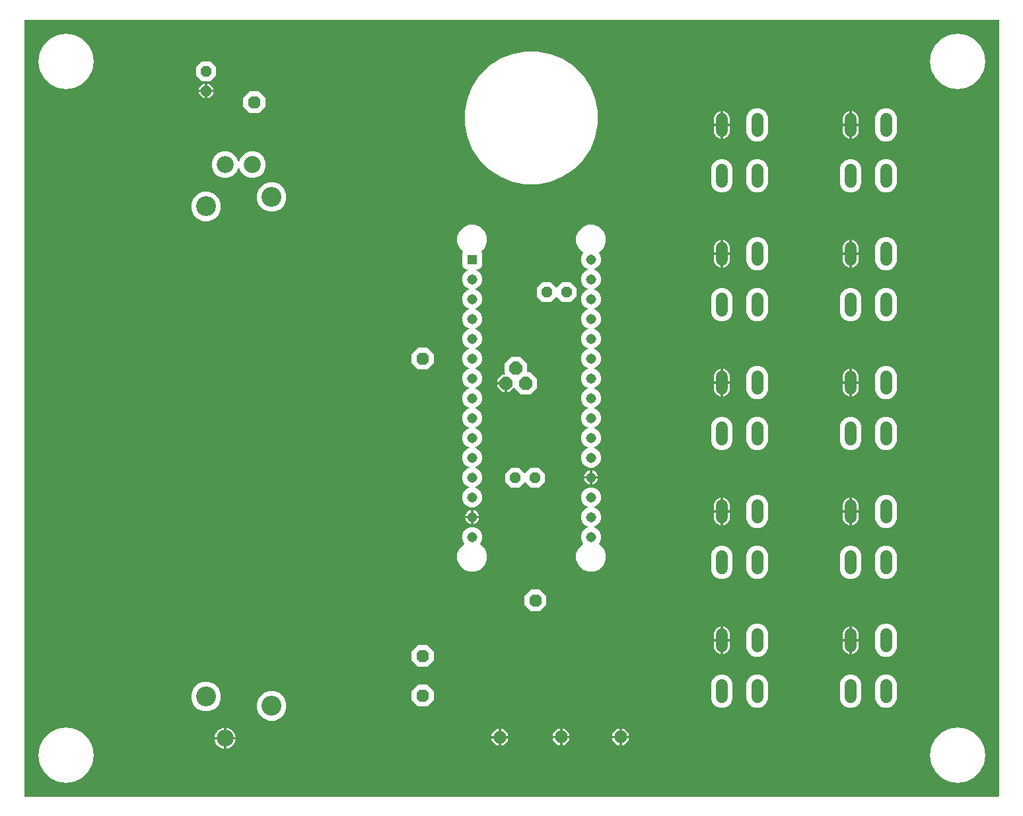
<source format=gbr>
G04 EAGLE Gerber RS-274X export*
G75*
%MOMM*%
%FSLAX34Y34*%
%LPD*%
%INBottom Copper*%
%IPPOS*%
%AMOC8*
5,1,8,0,0,1.08239X$1,22.5*%
G01*
%ADD10R,1.308000X1.308000*%
%ADD11C,1.308000*%
%ADD12P,1.732040X8X202.500000*%
%ADD13P,1.429621X8X292.500000*%
%ADD14P,1.732040X8X292.500000*%
%ADD15P,1.814519X8X22.500000*%
%ADD16P,1.429621X8X202.500000*%
%ADD17C,1.524000*%
%ADD18C,2.550000*%
%ADD19C,2.184400*%
%ADD20P,1.732040X8X22.500000*%

G36*
X1258898Y10164D02*
X1258898Y10164D01*
X1258917Y10162D01*
X1259019Y10184D01*
X1259121Y10200D01*
X1259138Y10210D01*
X1259158Y10214D01*
X1259247Y10267D01*
X1259338Y10316D01*
X1259352Y10330D01*
X1259369Y10340D01*
X1259436Y10419D01*
X1259508Y10494D01*
X1259516Y10512D01*
X1259529Y10527D01*
X1259568Y10623D01*
X1259611Y10717D01*
X1259613Y10737D01*
X1259621Y10755D01*
X1259639Y10922D01*
X1259639Y1005078D01*
X1259636Y1005098D01*
X1259638Y1005117D01*
X1259616Y1005219D01*
X1259600Y1005321D01*
X1259590Y1005338D01*
X1259586Y1005358D01*
X1259533Y1005447D01*
X1259484Y1005538D01*
X1259470Y1005552D01*
X1259460Y1005569D01*
X1259381Y1005636D01*
X1259306Y1005708D01*
X1259288Y1005716D01*
X1259273Y1005729D01*
X1259177Y1005768D01*
X1259083Y1005811D01*
X1259063Y1005813D01*
X1259045Y1005821D01*
X1258878Y1005839D01*
X10922Y1005839D01*
X10902Y1005836D01*
X10883Y1005838D01*
X10781Y1005816D01*
X10679Y1005800D01*
X10662Y1005790D01*
X10642Y1005786D01*
X10553Y1005733D01*
X10462Y1005684D01*
X10448Y1005670D01*
X10431Y1005660D01*
X10364Y1005581D01*
X10292Y1005506D01*
X10284Y1005488D01*
X10271Y1005473D01*
X10232Y1005377D01*
X10189Y1005283D01*
X10187Y1005263D01*
X10179Y1005245D01*
X10161Y1005078D01*
X10161Y10922D01*
X10164Y10902D01*
X10162Y10883D01*
X10184Y10781D01*
X10200Y10679D01*
X10210Y10662D01*
X10214Y10642D01*
X10267Y10553D01*
X10316Y10462D01*
X10330Y10448D01*
X10340Y10431D01*
X10419Y10364D01*
X10494Y10292D01*
X10512Y10284D01*
X10527Y10271D01*
X10623Y10232D01*
X10717Y10189D01*
X10737Y10187D01*
X10755Y10179D01*
X10922Y10161D01*
X1258878Y10161D01*
X1258898Y10164D01*
G37*
%LPC*%
G36*
X651612Y794839D02*
X651612Y794839D01*
X635160Y798112D01*
X619661Y804532D01*
X605713Y813851D01*
X593851Y825713D01*
X584532Y839661D01*
X578112Y855160D01*
X574839Y871612D01*
X574839Y888388D01*
X578112Y904840D01*
X584532Y920339D01*
X593851Y934287D01*
X605713Y946149D01*
X619661Y955468D01*
X635160Y961888D01*
X651612Y965161D01*
X668388Y965161D01*
X684840Y961888D01*
X700339Y955468D01*
X714287Y946149D01*
X726149Y934287D01*
X735468Y920339D01*
X741888Y904840D01*
X745161Y888388D01*
X745161Y871612D01*
X741888Y855160D01*
X735468Y839661D01*
X726149Y825713D01*
X714287Y813851D01*
X700339Y804532D01*
X684840Y798112D01*
X668388Y794839D01*
X651612Y794839D01*
G37*
%LPD*%
%LPC*%
G36*
X581686Y381063D02*
X581686Y381063D01*
X577042Y382987D01*
X573487Y386542D01*
X571563Y391186D01*
X571563Y396214D01*
X573487Y400858D01*
X577042Y404413D01*
X580141Y405697D01*
X580202Y405735D01*
X580268Y405764D01*
X580306Y405799D01*
X580350Y405826D01*
X580396Y405882D01*
X580449Y405930D01*
X580474Y405976D01*
X580507Y406016D01*
X580533Y406083D01*
X580567Y406146D01*
X580577Y406197D01*
X580595Y406245D01*
X580598Y406317D01*
X580611Y406388D01*
X580604Y406439D01*
X580606Y406491D01*
X580586Y406560D01*
X580575Y406631D01*
X580552Y406677D01*
X580537Y406727D01*
X580496Y406786D01*
X580464Y406850D01*
X580427Y406887D01*
X580397Y406929D01*
X580339Y406972D01*
X580288Y407022D01*
X580225Y407057D01*
X580200Y407076D01*
X580177Y407083D01*
X580141Y407103D01*
X577042Y408387D01*
X573487Y411942D01*
X571563Y416586D01*
X571563Y421614D01*
X573487Y426258D01*
X577042Y429813D01*
X580141Y431097D01*
X580202Y431135D01*
X580268Y431164D01*
X580306Y431199D01*
X580350Y431226D01*
X580396Y431282D01*
X580449Y431330D01*
X580474Y431376D01*
X580507Y431416D01*
X580533Y431483D01*
X580567Y431546D01*
X580577Y431597D01*
X580595Y431645D01*
X580598Y431717D01*
X580611Y431788D01*
X580604Y431839D01*
X580606Y431891D01*
X580586Y431960D01*
X580575Y432031D01*
X580552Y432077D01*
X580537Y432127D01*
X580496Y432186D01*
X580464Y432250D01*
X580427Y432287D01*
X580397Y432329D01*
X580339Y432372D01*
X580288Y432422D01*
X580225Y432457D01*
X580200Y432476D01*
X580177Y432483D01*
X580141Y432503D01*
X577042Y433787D01*
X573487Y437342D01*
X571563Y441986D01*
X571563Y447014D01*
X573487Y451658D01*
X577042Y455213D01*
X580141Y456497D01*
X580202Y456535D01*
X580268Y456564D01*
X580306Y456599D01*
X580350Y456626D01*
X580396Y456682D01*
X580449Y456730D01*
X580474Y456776D01*
X580507Y456816D01*
X580533Y456883D01*
X580567Y456946D01*
X580577Y456997D01*
X580595Y457045D01*
X580598Y457117D01*
X580611Y457188D01*
X580604Y457239D01*
X580606Y457291D01*
X580586Y457360D01*
X580575Y457431D01*
X580552Y457477D01*
X580537Y457527D01*
X580496Y457586D01*
X580464Y457650D01*
X580427Y457687D01*
X580397Y457729D01*
X580339Y457772D01*
X580288Y457822D01*
X580225Y457857D01*
X580200Y457876D01*
X580177Y457883D01*
X580141Y457903D01*
X577042Y459187D01*
X573487Y462742D01*
X571563Y467386D01*
X571563Y472414D01*
X573487Y477058D01*
X577042Y480613D01*
X580141Y481897D01*
X580202Y481935D01*
X580268Y481964D01*
X580306Y481999D01*
X580350Y482026D01*
X580396Y482082D01*
X580449Y482130D01*
X580474Y482176D01*
X580507Y482216D01*
X580533Y482283D01*
X580567Y482346D01*
X580577Y482397D01*
X580595Y482445D01*
X580598Y482517D01*
X580611Y482588D01*
X580604Y482639D01*
X580606Y482691D01*
X580586Y482760D01*
X580575Y482831D01*
X580552Y482877D01*
X580537Y482927D01*
X580496Y482986D01*
X580464Y483050D01*
X580427Y483087D01*
X580397Y483129D01*
X580339Y483172D01*
X580288Y483222D01*
X580225Y483257D01*
X580200Y483276D01*
X580177Y483283D01*
X580141Y483303D01*
X577042Y484587D01*
X573487Y488142D01*
X571563Y492786D01*
X571563Y497814D01*
X573487Y502458D01*
X577042Y506013D01*
X580141Y507297D01*
X580202Y507335D01*
X580268Y507364D01*
X580306Y507399D01*
X580350Y507426D01*
X580396Y507482D01*
X580449Y507530D01*
X580474Y507576D01*
X580507Y507616D01*
X580533Y507683D01*
X580567Y507746D01*
X580577Y507797D01*
X580595Y507845D01*
X580598Y507917D01*
X580611Y507988D01*
X580604Y508039D01*
X580606Y508091D01*
X580586Y508160D01*
X580575Y508231D01*
X580552Y508277D01*
X580537Y508327D01*
X580496Y508386D01*
X580464Y508450D01*
X580427Y508487D01*
X580397Y508529D01*
X580339Y508572D01*
X580288Y508622D01*
X580225Y508657D01*
X580200Y508676D01*
X580177Y508683D01*
X580141Y508703D01*
X577042Y509987D01*
X573487Y513542D01*
X571563Y518186D01*
X571563Y523214D01*
X573487Y527858D01*
X577042Y531413D01*
X580141Y532697D01*
X580202Y532735D01*
X580268Y532764D01*
X580306Y532799D01*
X580350Y532826D01*
X580396Y532882D01*
X580449Y532930D01*
X580474Y532976D01*
X580507Y533016D01*
X580533Y533083D01*
X580567Y533146D01*
X580577Y533197D01*
X580595Y533245D01*
X580598Y533317D01*
X580611Y533388D01*
X580604Y533439D01*
X580606Y533491D01*
X580586Y533560D01*
X580575Y533631D01*
X580552Y533677D01*
X580537Y533727D01*
X580496Y533786D01*
X580464Y533850D01*
X580427Y533887D01*
X580397Y533929D01*
X580339Y533972D01*
X580288Y534022D01*
X580225Y534057D01*
X580200Y534076D01*
X580177Y534083D01*
X580141Y534103D01*
X577042Y535387D01*
X573487Y538942D01*
X571563Y543586D01*
X571563Y548614D01*
X573487Y553258D01*
X577042Y556813D01*
X580141Y558097D01*
X580202Y558135D01*
X580268Y558164D01*
X580306Y558199D01*
X580350Y558226D01*
X580396Y558282D01*
X580449Y558330D01*
X580474Y558376D01*
X580507Y558416D01*
X580533Y558483D01*
X580567Y558546D01*
X580577Y558597D01*
X580595Y558645D01*
X580598Y558717D01*
X580611Y558788D01*
X580604Y558839D01*
X580606Y558891D01*
X580586Y558960D01*
X580575Y559031D01*
X580552Y559077D01*
X580537Y559127D01*
X580496Y559186D01*
X580464Y559250D01*
X580427Y559287D01*
X580397Y559329D01*
X580339Y559372D01*
X580288Y559422D01*
X580225Y559457D01*
X580200Y559476D01*
X580177Y559483D01*
X580141Y559503D01*
X577042Y560787D01*
X573487Y564342D01*
X571563Y568986D01*
X571563Y574014D01*
X573487Y578658D01*
X577042Y582213D01*
X580141Y583497D01*
X580202Y583535D01*
X580268Y583564D01*
X580306Y583599D01*
X580350Y583626D01*
X580396Y583682D01*
X580449Y583730D01*
X580474Y583776D01*
X580507Y583816D01*
X580533Y583883D01*
X580567Y583946D01*
X580577Y583997D01*
X580595Y584045D01*
X580598Y584117D01*
X580611Y584188D01*
X580604Y584239D01*
X580606Y584291D01*
X580586Y584360D01*
X580575Y584431D01*
X580552Y584477D01*
X580537Y584527D01*
X580496Y584586D01*
X580464Y584650D01*
X580427Y584687D01*
X580397Y584729D01*
X580339Y584772D01*
X580288Y584822D01*
X580225Y584857D01*
X580200Y584876D01*
X580177Y584883D01*
X580141Y584903D01*
X577042Y586187D01*
X573487Y589742D01*
X571563Y594386D01*
X571563Y599414D01*
X573487Y604058D01*
X577042Y607613D01*
X580141Y608897D01*
X580202Y608935D01*
X580268Y608964D01*
X580306Y608999D01*
X580350Y609026D01*
X580396Y609082D01*
X580449Y609130D01*
X580474Y609176D01*
X580507Y609216D01*
X580533Y609283D01*
X580567Y609346D01*
X580577Y609397D01*
X580595Y609445D01*
X580598Y609517D01*
X580611Y609588D01*
X580604Y609639D01*
X580606Y609691D01*
X580586Y609760D01*
X580575Y609831D01*
X580552Y609877D01*
X580537Y609927D01*
X580496Y609986D01*
X580464Y610050D01*
X580427Y610087D01*
X580397Y610129D01*
X580339Y610172D01*
X580288Y610222D01*
X580225Y610257D01*
X580200Y610276D01*
X580177Y610283D01*
X580141Y610303D01*
X577042Y611587D01*
X573487Y615142D01*
X571563Y619786D01*
X571563Y624814D01*
X573487Y629458D01*
X577042Y633013D01*
X580141Y634297D01*
X580202Y634335D01*
X580268Y634364D01*
X580306Y634399D01*
X580350Y634426D01*
X580396Y634482D01*
X580449Y634530D01*
X580474Y634576D01*
X580507Y634616D01*
X580533Y634683D01*
X580567Y634746D01*
X580577Y634797D01*
X580595Y634845D01*
X580598Y634917D01*
X580611Y634988D01*
X580604Y635039D01*
X580606Y635091D01*
X580586Y635160D01*
X580575Y635231D01*
X580552Y635277D01*
X580537Y635327D01*
X580496Y635386D01*
X580464Y635450D01*
X580427Y635487D01*
X580397Y635529D01*
X580339Y635572D01*
X580288Y635622D01*
X580225Y635657D01*
X580200Y635676D01*
X580177Y635683D01*
X580141Y635703D01*
X577042Y636987D01*
X573487Y640542D01*
X571563Y645186D01*
X571563Y650214D01*
X573487Y654858D01*
X577042Y658413D01*
X580141Y659697D01*
X580202Y659735D01*
X580268Y659764D01*
X580306Y659799D01*
X580350Y659826D01*
X580396Y659882D01*
X580449Y659930D01*
X580474Y659976D01*
X580507Y660016D01*
X580533Y660083D01*
X580567Y660146D01*
X580577Y660197D01*
X580595Y660245D01*
X580598Y660317D01*
X580611Y660388D01*
X580604Y660439D01*
X580606Y660491D01*
X580586Y660560D01*
X580575Y660631D01*
X580552Y660677D01*
X580537Y660727D01*
X580496Y660786D01*
X580464Y660850D01*
X580427Y660887D01*
X580397Y660929D01*
X580339Y660972D01*
X580288Y661022D01*
X580225Y661057D01*
X580200Y661076D01*
X580177Y661083D01*
X580141Y661103D01*
X577042Y662387D01*
X573487Y665942D01*
X571563Y670586D01*
X571563Y675614D01*
X573487Y680258D01*
X577042Y683813D01*
X578456Y684399D01*
X578539Y684450D01*
X578625Y684496D01*
X578643Y684514D01*
X578665Y684528D01*
X578727Y684604D01*
X578794Y684674D01*
X578805Y684698D01*
X578822Y684718D01*
X578857Y684809D01*
X578898Y684897D01*
X578901Y684923D01*
X578910Y684947D01*
X578914Y685045D01*
X578925Y685141D01*
X578920Y685167D01*
X578921Y685193D01*
X578894Y685287D01*
X578873Y685382D01*
X578859Y685404D01*
X578852Y685429D01*
X578797Y685509D01*
X578747Y685593D01*
X578727Y685610D01*
X578712Y685631D01*
X578634Y685690D01*
X578560Y685753D01*
X578535Y685763D01*
X578514Y685778D01*
X578422Y685808D01*
X578332Y685845D01*
X578299Y685848D01*
X578281Y685854D01*
X578248Y685854D01*
X578165Y685863D01*
X576447Y685863D01*
X574206Y686791D01*
X572491Y688506D01*
X571563Y690747D01*
X571563Y706253D01*
X572348Y708146D01*
X572374Y708260D01*
X572403Y708373D01*
X572402Y708379D01*
X572404Y708386D01*
X572393Y708502D01*
X572384Y708618D01*
X572381Y708624D01*
X572381Y708630D01*
X572333Y708738D01*
X572287Y708845D01*
X572283Y708851D01*
X572281Y708855D01*
X572268Y708869D01*
X572183Y708976D01*
X568050Y713109D01*
X565149Y720111D01*
X565149Y727689D01*
X568050Y734691D01*
X573409Y740050D01*
X580411Y742951D01*
X587989Y742951D01*
X594991Y740050D01*
X600350Y734691D01*
X603251Y727689D01*
X603251Y720111D01*
X600350Y713109D01*
X596217Y708976D01*
X596149Y708881D01*
X596080Y708787D01*
X596078Y708781D01*
X596074Y708776D01*
X596040Y708665D01*
X596003Y708553D01*
X596003Y708547D01*
X596002Y708541D01*
X596005Y708424D01*
X596006Y708307D01*
X596008Y708300D01*
X596008Y708295D01*
X596014Y708278D01*
X596052Y708146D01*
X596837Y706253D01*
X596837Y690747D01*
X595909Y688506D01*
X594194Y686791D01*
X591953Y685863D01*
X590235Y685863D01*
X590139Y685848D01*
X590042Y685838D01*
X590018Y685828D01*
X589992Y685824D01*
X589906Y685778D01*
X589817Y685738D01*
X589798Y685721D01*
X589775Y685708D01*
X589708Y685638D01*
X589636Y685572D01*
X589624Y685549D01*
X589606Y685530D01*
X589565Y685442D01*
X589518Y685356D01*
X589513Y685331D01*
X589502Y685307D01*
X589491Y685210D01*
X589474Y685114D01*
X589478Y685088D01*
X589475Y685063D01*
X589496Y684967D01*
X589510Y684871D01*
X589522Y684848D01*
X589527Y684822D01*
X589577Y684739D01*
X589621Y684652D01*
X589640Y684633D01*
X589653Y684611D01*
X589727Y684548D01*
X589797Y684480D01*
X589825Y684464D01*
X589840Y684451D01*
X589871Y684439D01*
X589944Y684399D01*
X591358Y683813D01*
X594913Y680258D01*
X596837Y675614D01*
X596837Y670586D01*
X594913Y665942D01*
X591358Y662387D01*
X588259Y661103D01*
X588198Y661065D01*
X588132Y661036D01*
X588094Y661001D01*
X588050Y660974D01*
X588004Y660918D01*
X587951Y660870D01*
X587926Y660824D01*
X587893Y660784D01*
X587867Y660717D01*
X587833Y660654D01*
X587823Y660603D01*
X587805Y660555D01*
X587802Y660483D01*
X587789Y660412D01*
X587796Y660361D01*
X587794Y660309D01*
X587814Y660240D01*
X587825Y660169D01*
X587848Y660123D01*
X587863Y660073D01*
X587904Y660014D01*
X587936Y659950D01*
X587973Y659913D01*
X588003Y659871D01*
X588061Y659828D01*
X588112Y659778D01*
X588175Y659743D01*
X588200Y659724D01*
X588223Y659717D01*
X588259Y659697D01*
X591358Y658413D01*
X594913Y654858D01*
X596837Y650214D01*
X596837Y645186D01*
X594913Y640542D01*
X591358Y636987D01*
X588259Y635703D01*
X588198Y635665D01*
X588132Y635636D01*
X588094Y635601D01*
X588050Y635574D01*
X588004Y635518D01*
X587951Y635470D01*
X587926Y635424D01*
X587893Y635384D01*
X587867Y635317D01*
X587833Y635254D01*
X587823Y635203D01*
X587805Y635155D01*
X587802Y635083D01*
X587789Y635012D01*
X587796Y634961D01*
X587794Y634909D01*
X587814Y634840D01*
X587825Y634769D01*
X587848Y634723D01*
X587863Y634673D01*
X587904Y634614D01*
X587936Y634550D01*
X587973Y634513D01*
X588003Y634471D01*
X588061Y634428D01*
X588112Y634378D01*
X588175Y634343D01*
X588200Y634324D01*
X588223Y634317D01*
X588259Y634297D01*
X591358Y633013D01*
X594913Y629458D01*
X596837Y624814D01*
X596837Y619786D01*
X594913Y615142D01*
X591358Y611587D01*
X588259Y610303D01*
X588198Y610265D01*
X588132Y610236D01*
X588094Y610201D01*
X588050Y610174D01*
X588004Y610118D01*
X587951Y610070D01*
X587926Y610024D01*
X587893Y609984D01*
X587867Y609917D01*
X587833Y609854D01*
X587823Y609803D01*
X587805Y609755D01*
X587802Y609683D01*
X587789Y609612D01*
X587796Y609561D01*
X587794Y609509D01*
X587814Y609440D01*
X587825Y609369D01*
X587848Y609323D01*
X587863Y609273D01*
X587904Y609214D01*
X587936Y609150D01*
X587973Y609113D01*
X588003Y609071D01*
X588061Y609028D01*
X588112Y608978D01*
X588175Y608943D01*
X588200Y608924D01*
X588223Y608917D01*
X588259Y608897D01*
X591358Y607613D01*
X594913Y604058D01*
X596837Y599414D01*
X596837Y594386D01*
X594913Y589742D01*
X591358Y586187D01*
X588259Y584903D01*
X588198Y584865D01*
X588132Y584836D01*
X588094Y584801D01*
X588050Y584774D01*
X588004Y584718D01*
X587951Y584670D01*
X587926Y584624D01*
X587893Y584584D01*
X587867Y584517D01*
X587833Y584454D01*
X587823Y584403D01*
X587805Y584355D01*
X587802Y584283D01*
X587789Y584212D01*
X587796Y584161D01*
X587794Y584109D01*
X587814Y584040D01*
X587825Y583969D01*
X587848Y583923D01*
X587863Y583873D01*
X587904Y583814D01*
X587936Y583750D01*
X587973Y583713D01*
X588003Y583671D01*
X588061Y583628D01*
X588112Y583578D01*
X588175Y583543D01*
X588200Y583524D01*
X588223Y583517D01*
X588259Y583497D01*
X591358Y582213D01*
X594913Y578658D01*
X596837Y574014D01*
X596837Y568986D01*
X594913Y564342D01*
X591358Y560787D01*
X588259Y559503D01*
X588198Y559465D01*
X588132Y559436D01*
X588094Y559401D01*
X588050Y559374D01*
X588004Y559318D01*
X587951Y559270D01*
X587926Y559224D01*
X587893Y559184D01*
X587867Y559117D01*
X587833Y559054D01*
X587823Y559003D01*
X587805Y558955D01*
X587802Y558883D01*
X587789Y558812D01*
X587796Y558761D01*
X587794Y558709D01*
X587814Y558640D01*
X587825Y558569D01*
X587848Y558523D01*
X587863Y558473D01*
X587904Y558414D01*
X587936Y558350D01*
X587973Y558313D01*
X588003Y558271D01*
X588061Y558228D01*
X588112Y558178D01*
X588175Y558143D01*
X588200Y558124D01*
X588223Y558117D01*
X588259Y558097D01*
X591358Y556813D01*
X594913Y553258D01*
X596837Y548614D01*
X596837Y543586D01*
X594913Y538942D01*
X591358Y535387D01*
X588259Y534103D01*
X588198Y534065D01*
X588132Y534036D01*
X588094Y534001D01*
X588050Y533974D01*
X588004Y533918D01*
X587951Y533870D01*
X587926Y533824D01*
X587893Y533784D01*
X587867Y533717D01*
X587833Y533654D01*
X587823Y533603D01*
X587805Y533555D01*
X587802Y533483D01*
X587789Y533412D01*
X587796Y533361D01*
X587794Y533309D01*
X587814Y533240D01*
X587825Y533169D01*
X587848Y533123D01*
X587863Y533073D01*
X587904Y533014D01*
X587936Y532950D01*
X587973Y532913D01*
X588003Y532871D01*
X588061Y532828D01*
X588112Y532778D01*
X588175Y532743D01*
X588200Y532724D01*
X588223Y532717D01*
X588259Y532697D01*
X591358Y531413D01*
X594913Y527858D01*
X596837Y523214D01*
X596837Y518186D01*
X594913Y513542D01*
X591358Y509987D01*
X588259Y508703D01*
X588198Y508665D01*
X588132Y508636D01*
X588094Y508601D01*
X588050Y508574D01*
X588004Y508518D01*
X587951Y508470D01*
X587926Y508424D01*
X587893Y508384D01*
X587867Y508317D01*
X587833Y508254D01*
X587823Y508203D01*
X587805Y508155D01*
X587802Y508083D01*
X587789Y508012D01*
X587796Y507961D01*
X587794Y507909D01*
X587814Y507840D01*
X587825Y507769D01*
X587848Y507723D01*
X587863Y507673D01*
X587904Y507614D01*
X587936Y507550D01*
X587973Y507513D01*
X588003Y507471D01*
X588061Y507428D01*
X588112Y507378D01*
X588175Y507343D01*
X588200Y507324D01*
X588223Y507317D01*
X588259Y507297D01*
X591358Y506013D01*
X594913Y502458D01*
X596837Y497814D01*
X596837Y492786D01*
X594913Y488142D01*
X591358Y484587D01*
X588259Y483303D01*
X588198Y483265D01*
X588132Y483236D01*
X588094Y483201D01*
X588050Y483174D01*
X588004Y483118D01*
X587951Y483070D01*
X587926Y483024D01*
X587893Y482984D01*
X587867Y482917D01*
X587833Y482854D01*
X587823Y482803D01*
X587805Y482755D01*
X587802Y482683D01*
X587789Y482612D01*
X587796Y482561D01*
X587794Y482509D01*
X587814Y482440D01*
X587825Y482369D01*
X587848Y482323D01*
X587863Y482273D01*
X587904Y482214D01*
X587936Y482150D01*
X587973Y482113D01*
X588003Y482071D01*
X588061Y482028D01*
X588112Y481978D01*
X588175Y481943D01*
X588200Y481924D01*
X588223Y481917D01*
X588259Y481897D01*
X591358Y480613D01*
X594913Y477058D01*
X596837Y472414D01*
X596837Y467386D01*
X594913Y462742D01*
X591358Y459187D01*
X588259Y457903D01*
X588198Y457865D01*
X588132Y457836D01*
X588094Y457801D01*
X588050Y457774D01*
X588004Y457718D01*
X587951Y457670D01*
X587926Y457624D01*
X587893Y457584D01*
X587867Y457517D01*
X587833Y457454D01*
X587823Y457403D01*
X587805Y457355D01*
X587802Y457283D01*
X587789Y457212D01*
X587796Y457161D01*
X587794Y457109D01*
X587814Y457040D01*
X587825Y456969D01*
X587848Y456923D01*
X587863Y456873D01*
X587904Y456814D01*
X587936Y456750D01*
X587973Y456713D01*
X588003Y456671D01*
X588061Y456628D01*
X588112Y456578D01*
X588175Y456543D01*
X588200Y456524D01*
X588223Y456517D01*
X588259Y456497D01*
X591358Y455213D01*
X594913Y451658D01*
X596837Y447014D01*
X596837Y441986D01*
X594913Y437342D01*
X591358Y433787D01*
X588259Y432503D01*
X588198Y432465D01*
X588132Y432436D01*
X588094Y432401D01*
X588050Y432374D01*
X588004Y432318D01*
X587951Y432270D01*
X587926Y432224D01*
X587893Y432184D01*
X587867Y432117D01*
X587833Y432054D01*
X587823Y432003D01*
X587805Y431955D01*
X587802Y431883D01*
X587789Y431812D01*
X587796Y431761D01*
X587794Y431709D01*
X587814Y431640D01*
X587825Y431569D01*
X587848Y431523D01*
X587863Y431473D01*
X587904Y431414D01*
X587936Y431350D01*
X587973Y431313D01*
X588003Y431271D01*
X588061Y431228D01*
X588112Y431178D01*
X588175Y431143D01*
X588200Y431124D01*
X588223Y431117D01*
X588259Y431097D01*
X591358Y429813D01*
X594913Y426258D01*
X596837Y421614D01*
X596837Y416586D01*
X594913Y411942D01*
X591358Y408387D01*
X588259Y407103D01*
X588198Y407065D01*
X588132Y407036D01*
X588094Y407001D01*
X588050Y406974D01*
X588004Y406918D01*
X587951Y406870D01*
X587926Y406824D01*
X587893Y406784D01*
X587867Y406717D01*
X587833Y406654D01*
X587823Y406603D01*
X587805Y406555D01*
X587802Y406483D01*
X587789Y406412D01*
X587796Y406361D01*
X587794Y406309D01*
X587814Y406240D01*
X587825Y406169D01*
X587848Y406123D01*
X587863Y406073D01*
X587904Y406014D01*
X587936Y405950D01*
X587973Y405913D01*
X588003Y405871D01*
X588061Y405828D01*
X588112Y405778D01*
X588175Y405743D01*
X588200Y405724D01*
X588223Y405717D01*
X588259Y405697D01*
X591358Y404413D01*
X594913Y400858D01*
X596837Y396214D01*
X596837Y391186D01*
X594913Y386542D01*
X591358Y382987D01*
X586714Y381063D01*
X581686Y381063D01*
G37*
%LPD*%
%LPC*%
G36*
X734086Y431863D02*
X734086Y431863D01*
X729442Y433787D01*
X725887Y437342D01*
X723963Y441986D01*
X723963Y447014D01*
X725887Y451658D01*
X729442Y455213D01*
X732541Y456497D01*
X732602Y456534D01*
X732668Y456564D01*
X732706Y456599D01*
X732750Y456626D01*
X732796Y456681D01*
X732849Y456730D01*
X732874Y456776D01*
X732907Y456816D01*
X732933Y456883D01*
X732967Y456946D01*
X732977Y456997D01*
X732995Y457045D01*
X732998Y457117D01*
X733011Y457188D01*
X733003Y457239D01*
X733006Y457291D01*
X732986Y457360D01*
X732975Y457431D01*
X732952Y457477D01*
X732937Y457527D01*
X732896Y457586D01*
X732864Y457650D01*
X732827Y457687D01*
X732797Y457729D01*
X732739Y457772D01*
X732688Y457822D01*
X732625Y457857D01*
X732600Y457876D01*
X732577Y457883D01*
X732541Y457903D01*
X729442Y459187D01*
X725887Y462742D01*
X723963Y467386D01*
X723963Y472414D01*
X725887Y477058D01*
X729442Y480613D01*
X732541Y481897D01*
X732602Y481934D01*
X732668Y481964D01*
X732706Y481999D01*
X732750Y482026D01*
X732796Y482081D01*
X732849Y482130D01*
X732874Y482176D01*
X732907Y482216D01*
X732933Y482283D01*
X732967Y482346D01*
X732977Y482397D01*
X732995Y482445D01*
X732998Y482517D01*
X733011Y482588D01*
X733003Y482639D01*
X733006Y482691D01*
X732986Y482760D01*
X732975Y482831D01*
X732952Y482877D01*
X732937Y482927D01*
X732896Y482986D01*
X732864Y483050D01*
X732827Y483087D01*
X732797Y483129D01*
X732739Y483172D01*
X732688Y483222D01*
X732625Y483257D01*
X732600Y483276D01*
X732577Y483283D01*
X732541Y483303D01*
X729442Y484587D01*
X725887Y488142D01*
X723963Y492786D01*
X723963Y497814D01*
X725887Y502458D01*
X729442Y506013D01*
X732541Y507297D01*
X732602Y507334D01*
X732668Y507364D01*
X732706Y507399D01*
X732750Y507426D01*
X732796Y507481D01*
X732849Y507530D01*
X732874Y507576D01*
X732907Y507616D01*
X732933Y507683D01*
X732967Y507746D01*
X732977Y507797D01*
X732995Y507845D01*
X732998Y507917D01*
X733011Y507988D01*
X733003Y508039D01*
X733006Y508091D01*
X732986Y508160D01*
X732975Y508231D01*
X732952Y508277D01*
X732937Y508327D01*
X732896Y508386D01*
X732864Y508450D01*
X732827Y508487D01*
X732797Y508529D01*
X732739Y508572D01*
X732688Y508622D01*
X732625Y508657D01*
X732600Y508676D01*
X732577Y508683D01*
X732541Y508703D01*
X729442Y509987D01*
X725887Y513542D01*
X723963Y518186D01*
X723963Y523214D01*
X725887Y527858D01*
X729442Y531413D01*
X732541Y532697D01*
X732602Y532735D01*
X732668Y532764D01*
X732706Y532799D01*
X732750Y532826D01*
X732796Y532882D01*
X732849Y532930D01*
X732874Y532976D01*
X732907Y533016D01*
X732933Y533083D01*
X732967Y533146D01*
X732977Y533197D01*
X732995Y533245D01*
X732998Y533317D01*
X733011Y533388D01*
X733004Y533439D01*
X733006Y533491D01*
X732986Y533560D01*
X732975Y533631D01*
X732952Y533677D01*
X732937Y533727D01*
X732896Y533786D01*
X732864Y533850D01*
X732827Y533887D01*
X732797Y533929D01*
X732739Y533972D01*
X732688Y534022D01*
X732625Y534057D01*
X732600Y534076D01*
X732577Y534083D01*
X732541Y534103D01*
X729442Y535387D01*
X725887Y538942D01*
X723963Y543586D01*
X723963Y548614D01*
X725887Y553258D01*
X729442Y556813D01*
X732541Y558097D01*
X732602Y558135D01*
X732668Y558164D01*
X732706Y558199D01*
X732750Y558226D01*
X732796Y558282D01*
X732849Y558330D01*
X732874Y558376D01*
X732907Y558416D01*
X732933Y558483D01*
X732967Y558546D01*
X732977Y558597D01*
X732995Y558645D01*
X732998Y558717D01*
X733011Y558788D01*
X733004Y558839D01*
X733006Y558891D01*
X732986Y558960D01*
X732975Y559031D01*
X732952Y559077D01*
X732937Y559127D01*
X732896Y559186D01*
X732864Y559250D01*
X732827Y559287D01*
X732797Y559329D01*
X732739Y559372D01*
X732688Y559422D01*
X732625Y559457D01*
X732600Y559476D01*
X732577Y559483D01*
X732541Y559503D01*
X729442Y560787D01*
X725887Y564342D01*
X723963Y568986D01*
X723963Y574014D01*
X725887Y578658D01*
X729442Y582213D01*
X732541Y583497D01*
X732602Y583535D01*
X732668Y583564D01*
X732706Y583599D01*
X732750Y583626D01*
X732796Y583682D01*
X732849Y583730D01*
X732874Y583776D01*
X732907Y583816D01*
X732933Y583883D01*
X732967Y583946D01*
X732977Y583997D01*
X732995Y584045D01*
X732998Y584117D01*
X733011Y584188D01*
X733004Y584239D01*
X733006Y584291D01*
X732986Y584360D01*
X732975Y584431D01*
X732952Y584477D01*
X732937Y584527D01*
X732896Y584586D01*
X732864Y584650D01*
X732827Y584687D01*
X732797Y584729D01*
X732739Y584772D01*
X732688Y584822D01*
X732625Y584857D01*
X732600Y584876D01*
X732577Y584883D01*
X732541Y584903D01*
X729442Y586187D01*
X725887Y589742D01*
X723963Y594386D01*
X723963Y599414D01*
X725887Y604058D01*
X729442Y607613D01*
X732541Y608897D01*
X732602Y608935D01*
X732668Y608964D01*
X732706Y608999D01*
X732750Y609026D01*
X732796Y609082D01*
X732849Y609130D01*
X732874Y609176D01*
X732907Y609216D01*
X732933Y609283D01*
X732967Y609346D01*
X732977Y609397D01*
X732995Y609445D01*
X732998Y609517D01*
X733011Y609588D01*
X733004Y609639D01*
X733006Y609691D01*
X732986Y609760D01*
X732975Y609831D01*
X732952Y609877D01*
X732937Y609927D01*
X732896Y609986D01*
X732864Y610050D01*
X732827Y610087D01*
X732797Y610129D01*
X732739Y610172D01*
X732688Y610222D01*
X732625Y610257D01*
X732600Y610276D01*
X732577Y610283D01*
X732541Y610303D01*
X729442Y611587D01*
X725887Y615142D01*
X723963Y619786D01*
X723963Y624814D01*
X725887Y629458D01*
X729442Y633013D01*
X732541Y634297D01*
X732602Y634335D01*
X732668Y634364D01*
X732706Y634399D01*
X732750Y634426D01*
X732796Y634482D01*
X732849Y634530D01*
X732874Y634576D01*
X732907Y634616D01*
X732933Y634683D01*
X732967Y634746D01*
X732977Y634797D01*
X732995Y634845D01*
X732998Y634917D01*
X733011Y634988D01*
X733004Y635039D01*
X733006Y635091D01*
X732986Y635160D01*
X732975Y635231D01*
X732952Y635277D01*
X732937Y635327D01*
X732896Y635386D01*
X732864Y635450D01*
X732827Y635487D01*
X732797Y635529D01*
X732739Y635572D01*
X732688Y635622D01*
X732625Y635657D01*
X732600Y635676D01*
X732577Y635683D01*
X732541Y635703D01*
X729442Y636987D01*
X725887Y640542D01*
X723963Y645186D01*
X723963Y650214D01*
X725887Y654858D01*
X729442Y658413D01*
X732541Y659697D01*
X732602Y659735D01*
X732668Y659764D01*
X732706Y659799D01*
X732750Y659826D01*
X732796Y659882D01*
X732849Y659930D01*
X732874Y659976D01*
X732907Y660016D01*
X732933Y660083D01*
X732967Y660146D01*
X732977Y660197D01*
X732995Y660245D01*
X732998Y660317D01*
X733011Y660388D01*
X733004Y660439D01*
X733006Y660491D01*
X732986Y660560D01*
X732975Y660631D01*
X732952Y660677D01*
X732937Y660727D01*
X732896Y660786D01*
X732864Y660850D01*
X732827Y660887D01*
X732797Y660929D01*
X732739Y660972D01*
X732688Y661022D01*
X732625Y661057D01*
X732600Y661076D01*
X732577Y661083D01*
X732541Y661103D01*
X729442Y662387D01*
X725887Y665942D01*
X723963Y670586D01*
X723963Y675614D01*
X725887Y680258D01*
X729442Y683813D01*
X732541Y685097D01*
X732602Y685135D01*
X732668Y685164D01*
X732706Y685199D01*
X732750Y685226D01*
X732796Y685282D01*
X732849Y685330D01*
X732874Y685376D01*
X732907Y685416D01*
X732933Y685483D01*
X732967Y685546D01*
X732977Y685597D01*
X732995Y685645D01*
X732998Y685717D01*
X733011Y685788D01*
X733004Y685839D01*
X733006Y685891D01*
X732986Y685960D01*
X732975Y686031D01*
X732952Y686077D01*
X732937Y686127D01*
X732896Y686186D01*
X732864Y686250D01*
X732827Y686287D01*
X732797Y686329D01*
X732739Y686372D01*
X732688Y686422D01*
X732625Y686457D01*
X732600Y686476D01*
X732577Y686483D01*
X732541Y686503D01*
X729442Y687787D01*
X725887Y691342D01*
X723963Y695986D01*
X723963Y701014D01*
X725887Y705658D01*
X726537Y706308D01*
X726564Y706346D01*
X726598Y706377D01*
X726636Y706445D01*
X726681Y706508D01*
X726694Y706552D01*
X726717Y706592D01*
X726730Y706669D01*
X726753Y706743D01*
X726752Y706789D01*
X726760Y706834D01*
X726749Y706911D01*
X726747Y706989D01*
X726731Y707032D01*
X726724Y707078D01*
X726689Y707147D01*
X726662Y707220D01*
X726634Y707256D01*
X726613Y707297D01*
X726557Y707351D01*
X726509Y707412D01*
X726470Y707437D01*
X726437Y707469D01*
X726318Y707535D01*
X726302Y707545D01*
X726297Y707546D01*
X726290Y707550D01*
X725809Y707750D01*
X720450Y713109D01*
X717549Y720111D01*
X717549Y727689D01*
X720450Y734691D01*
X725809Y740050D01*
X732811Y742951D01*
X740389Y742951D01*
X747391Y740050D01*
X752750Y734691D01*
X755651Y727689D01*
X755651Y720111D01*
X752750Y713109D01*
X747391Y707750D01*
X746910Y707550D01*
X746871Y707526D01*
X746827Y707510D01*
X746767Y707461D01*
X746701Y707420D01*
X746671Y707385D01*
X746635Y707356D01*
X746593Y707291D01*
X746544Y707231D01*
X746527Y707188D01*
X746502Y707149D01*
X746483Y707074D01*
X746456Y707001D01*
X746454Y706955D01*
X746442Y706911D01*
X746448Y706833D01*
X746445Y706756D01*
X746458Y706711D01*
X746461Y706666D01*
X746492Y706594D01*
X746514Y706519D01*
X746540Y706482D01*
X746558Y706439D01*
X746643Y706333D01*
X746654Y706317D01*
X746658Y706314D01*
X746663Y706308D01*
X747313Y705658D01*
X749237Y701014D01*
X749237Y695986D01*
X747313Y691342D01*
X743758Y687787D01*
X740659Y686503D01*
X740598Y686465D01*
X740532Y686436D01*
X740494Y686401D01*
X740450Y686374D01*
X740404Y686318D01*
X740351Y686270D01*
X740326Y686224D01*
X740293Y686184D01*
X740267Y686117D01*
X740233Y686054D01*
X740223Y686003D01*
X740205Y685955D01*
X740202Y685883D01*
X740189Y685812D01*
X740196Y685761D01*
X740194Y685709D01*
X740214Y685640D01*
X740225Y685569D01*
X740248Y685523D01*
X740263Y685473D01*
X740304Y685414D01*
X740336Y685350D01*
X740373Y685313D01*
X740403Y685271D01*
X740461Y685228D01*
X740512Y685178D01*
X740575Y685143D01*
X740600Y685124D01*
X740623Y685117D01*
X740659Y685097D01*
X743758Y683813D01*
X747313Y680258D01*
X749237Y675614D01*
X749237Y670586D01*
X747313Y665942D01*
X743758Y662387D01*
X740659Y661103D01*
X740598Y661065D01*
X740532Y661036D01*
X740494Y661001D01*
X740450Y660974D01*
X740404Y660918D01*
X740351Y660870D01*
X740326Y660824D01*
X740293Y660784D01*
X740267Y660717D01*
X740233Y660654D01*
X740223Y660603D01*
X740205Y660555D01*
X740202Y660483D01*
X740189Y660412D01*
X740196Y660361D01*
X740194Y660309D01*
X740214Y660240D01*
X740225Y660169D01*
X740248Y660123D01*
X740263Y660073D01*
X740304Y660014D01*
X740336Y659950D01*
X740373Y659913D01*
X740403Y659871D01*
X740461Y659828D01*
X740512Y659778D01*
X740575Y659743D01*
X740600Y659724D01*
X740623Y659717D01*
X740659Y659697D01*
X743758Y658413D01*
X747313Y654858D01*
X749237Y650214D01*
X749237Y645186D01*
X747313Y640542D01*
X743758Y636987D01*
X740659Y635703D01*
X740598Y635665D01*
X740532Y635636D01*
X740494Y635601D01*
X740450Y635574D01*
X740404Y635518D01*
X740351Y635470D01*
X740326Y635424D01*
X740293Y635384D01*
X740267Y635317D01*
X740233Y635254D01*
X740223Y635203D01*
X740205Y635155D01*
X740202Y635083D01*
X740189Y635012D01*
X740196Y634961D01*
X740194Y634909D01*
X740214Y634840D01*
X740225Y634769D01*
X740248Y634723D01*
X740263Y634673D01*
X740304Y634614D01*
X740336Y634550D01*
X740373Y634513D01*
X740403Y634471D01*
X740461Y634428D01*
X740512Y634378D01*
X740575Y634343D01*
X740600Y634324D01*
X740623Y634317D01*
X740659Y634297D01*
X743758Y633013D01*
X747313Y629458D01*
X749237Y624814D01*
X749237Y619786D01*
X747313Y615142D01*
X743758Y611587D01*
X740659Y610303D01*
X740598Y610265D01*
X740532Y610236D01*
X740494Y610201D01*
X740450Y610174D01*
X740404Y610118D01*
X740351Y610070D01*
X740326Y610024D01*
X740293Y609984D01*
X740267Y609917D01*
X740233Y609854D01*
X740223Y609803D01*
X740205Y609755D01*
X740202Y609683D01*
X740189Y609612D01*
X740196Y609561D01*
X740194Y609509D01*
X740214Y609440D01*
X740225Y609369D01*
X740248Y609323D01*
X740263Y609273D01*
X740304Y609214D01*
X740336Y609150D01*
X740373Y609113D01*
X740403Y609071D01*
X740461Y609028D01*
X740512Y608978D01*
X740575Y608943D01*
X740600Y608924D01*
X740623Y608917D01*
X740659Y608897D01*
X743758Y607613D01*
X747313Y604058D01*
X749237Y599414D01*
X749237Y594386D01*
X747313Y589742D01*
X743758Y586187D01*
X740659Y584903D01*
X740598Y584865D01*
X740532Y584836D01*
X740494Y584801D01*
X740450Y584774D01*
X740404Y584718D01*
X740351Y584670D01*
X740326Y584624D01*
X740293Y584584D01*
X740267Y584517D01*
X740233Y584454D01*
X740223Y584403D01*
X740205Y584355D01*
X740202Y584283D01*
X740189Y584212D01*
X740196Y584161D01*
X740194Y584109D01*
X740214Y584040D01*
X740225Y583969D01*
X740248Y583923D01*
X740263Y583873D01*
X740304Y583814D01*
X740336Y583750D01*
X740373Y583713D01*
X740403Y583671D01*
X740461Y583628D01*
X740512Y583578D01*
X740575Y583543D01*
X740600Y583524D01*
X740623Y583517D01*
X740659Y583497D01*
X743758Y582213D01*
X747313Y578658D01*
X749237Y574014D01*
X749237Y568986D01*
X747313Y564342D01*
X743758Y560787D01*
X740659Y559503D01*
X740598Y559465D01*
X740532Y559436D01*
X740494Y559401D01*
X740450Y559374D01*
X740404Y559318D01*
X740351Y559270D01*
X740326Y559224D01*
X740293Y559184D01*
X740267Y559117D01*
X740233Y559054D01*
X740223Y559003D01*
X740205Y558955D01*
X740202Y558883D01*
X740189Y558812D01*
X740196Y558761D01*
X740194Y558709D01*
X740214Y558640D01*
X740225Y558569D01*
X740248Y558523D01*
X740263Y558473D01*
X740304Y558414D01*
X740336Y558350D01*
X740373Y558313D01*
X740403Y558271D01*
X740461Y558228D01*
X740512Y558178D01*
X740575Y558143D01*
X740600Y558124D01*
X740623Y558117D01*
X740659Y558097D01*
X743758Y556813D01*
X747313Y553258D01*
X749237Y548614D01*
X749237Y543586D01*
X747313Y538942D01*
X743758Y535387D01*
X740659Y534103D01*
X740598Y534065D01*
X740532Y534036D01*
X740494Y534001D01*
X740450Y533974D01*
X740404Y533918D01*
X740351Y533870D01*
X740326Y533824D01*
X740293Y533784D01*
X740267Y533717D01*
X740233Y533654D01*
X740223Y533603D01*
X740205Y533555D01*
X740202Y533483D01*
X740189Y533412D01*
X740196Y533361D01*
X740194Y533309D01*
X740214Y533240D01*
X740225Y533169D01*
X740248Y533123D01*
X740263Y533073D01*
X740304Y533014D01*
X740336Y532950D01*
X740373Y532913D01*
X740403Y532871D01*
X740461Y532828D01*
X740512Y532778D01*
X740575Y532743D01*
X740600Y532724D01*
X740623Y532717D01*
X740659Y532697D01*
X743758Y531413D01*
X747313Y527858D01*
X749237Y523214D01*
X749237Y518186D01*
X747313Y513542D01*
X743758Y509987D01*
X740659Y508703D01*
X740598Y508665D01*
X740532Y508636D01*
X740494Y508601D01*
X740450Y508574D01*
X740404Y508518D01*
X740351Y508470D01*
X740326Y508424D01*
X740293Y508384D01*
X740267Y508317D01*
X740233Y508254D01*
X740223Y508203D01*
X740205Y508155D01*
X740202Y508083D01*
X740189Y508012D01*
X740197Y507961D01*
X740194Y507909D01*
X740214Y507840D01*
X740225Y507769D01*
X740248Y507723D01*
X740263Y507673D01*
X740304Y507614D01*
X740336Y507550D01*
X740373Y507513D01*
X740403Y507471D01*
X740461Y507428D01*
X740512Y507378D01*
X740575Y507343D01*
X740600Y507324D01*
X740623Y507317D01*
X740659Y507297D01*
X743758Y506013D01*
X747313Y502458D01*
X749237Y497814D01*
X749237Y492786D01*
X747313Y488142D01*
X743758Y484587D01*
X740659Y483303D01*
X740598Y483265D01*
X740532Y483236D01*
X740494Y483201D01*
X740450Y483174D01*
X740404Y483118D01*
X740351Y483070D01*
X740326Y483024D01*
X740293Y482984D01*
X740267Y482917D01*
X740233Y482854D01*
X740223Y482803D01*
X740205Y482755D01*
X740202Y482683D01*
X740189Y482612D01*
X740197Y482561D01*
X740194Y482509D01*
X740214Y482440D01*
X740225Y482369D01*
X740248Y482323D01*
X740263Y482273D01*
X740304Y482214D01*
X740336Y482150D01*
X740373Y482113D01*
X740403Y482071D01*
X740461Y482028D01*
X740512Y481978D01*
X740575Y481943D01*
X740600Y481924D01*
X740623Y481917D01*
X740659Y481897D01*
X743758Y480613D01*
X747313Y477058D01*
X749237Y472414D01*
X749237Y467386D01*
X747313Y462742D01*
X743758Y459187D01*
X740659Y457903D01*
X740598Y457865D01*
X740532Y457836D01*
X740494Y457801D01*
X740450Y457774D01*
X740404Y457718D01*
X740351Y457670D01*
X740326Y457624D01*
X740293Y457584D01*
X740267Y457517D01*
X740233Y457454D01*
X740223Y457403D01*
X740205Y457355D01*
X740202Y457283D01*
X740189Y457212D01*
X740197Y457161D01*
X740194Y457109D01*
X740214Y457040D01*
X740225Y456969D01*
X740248Y456923D01*
X740263Y456873D01*
X740304Y456814D01*
X740336Y456750D01*
X740373Y456713D01*
X740403Y456671D01*
X740461Y456628D01*
X740512Y456578D01*
X740575Y456543D01*
X740600Y456524D01*
X740623Y456517D01*
X740659Y456497D01*
X743758Y455213D01*
X747313Y451658D01*
X749237Y447014D01*
X749237Y441986D01*
X747313Y437342D01*
X743758Y433787D01*
X739114Y431863D01*
X734086Y431863D01*
G37*
%LPD*%
%LPC*%
G36*
X52514Y918689D02*
X52514Y918689D01*
X42603Y923738D01*
X34738Y931604D01*
X29689Y941514D01*
X27949Y952500D01*
X29689Y963486D01*
X34738Y973397D01*
X42603Y981262D01*
X52514Y986311D01*
X63500Y988051D01*
X74486Y986311D01*
X84397Y981262D01*
X92262Y973397D01*
X97311Y963486D01*
X99051Y952500D01*
X97311Y941514D01*
X92262Y931603D01*
X84397Y923738D01*
X74486Y918689D01*
X63500Y916949D01*
X52514Y918689D01*
G37*
%LPD*%
%LPC*%
G36*
X1195514Y29689D02*
X1195514Y29689D01*
X1185603Y34738D01*
X1177738Y42603D01*
X1172689Y52514D01*
X1170949Y63500D01*
X1172689Y74486D01*
X1177738Y84397D01*
X1185603Y92262D01*
X1195514Y97311D01*
X1206500Y99051D01*
X1217486Y97311D01*
X1227397Y92262D01*
X1235262Y84396D01*
X1240311Y74486D01*
X1242051Y63500D01*
X1240311Y52514D01*
X1235262Y42603D01*
X1227397Y34738D01*
X1217486Y29689D01*
X1206500Y27949D01*
X1195514Y29689D01*
G37*
%LPD*%
%LPC*%
G36*
X1195514Y918689D02*
X1195514Y918689D01*
X1185603Y923738D01*
X1177738Y931603D01*
X1172689Y941514D01*
X1170949Y952500D01*
X1172689Y963486D01*
X1177738Y973397D01*
X1185603Y981262D01*
X1195514Y986311D01*
X1206500Y988051D01*
X1217486Y986311D01*
X1227397Y981262D01*
X1235262Y973397D01*
X1240311Y963486D01*
X1242051Y952500D01*
X1240311Y941514D01*
X1235262Y931603D01*
X1227396Y923738D01*
X1217486Y918689D01*
X1206500Y916949D01*
X1195514Y918689D01*
G37*
%LPD*%
%LPC*%
G36*
X52514Y29689D02*
X52514Y29689D01*
X42603Y34738D01*
X34738Y42603D01*
X29689Y52514D01*
X27949Y63500D01*
X29689Y74486D01*
X34738Y84397D01*
X42603Y92262D01*
X52514Y97311D01*
X63500Y99051D01*
X74486Y97311D01*
X84397Y92262D01*
X92262Y84397D01*
X97311Y74486D01*
X99051Y63500D01*
X97311Y52514D01*
X92262Y42603D01*
X84397Y34738D01*
X74486Y29689D01*
X63500Y27949D01*
X52514Y29689D01*
G37*
%LPD*%
%LPC*%
G36*
X732811Y298449D02*
X732811Y298449D01*
X725809Y301350D01*
X720450Y306709D01*
X717549Y313711D01*
X717549Y321289D01*
X720450Y328291D01*
X725809Y333650D01*
X726290Y333850D01*
X726329Y333874D01*
X726373Y333890D01*
X726433Y333939D01*
X726499Y333980D01*
X726529Y334015D01*
X726565Y334044D01*
X726607Y334109D01*
X726656Y334169D01*
X726673Y334212D01*
X726698Y334251D01*
X726717Y334326D01*
X726744Y334399D01*
X726746Y334445D01*
X726758Y334489D01*
X726752Y334567D01*
X726755Y334644D01*
X726742Y334689D01*
X726739Y334734D01*
X726708Y334806D01*
X726686Y334881D01*
X726660Y334918D01*
X726642Y334961D01*
X726557Y335067D01*
X726546Y335083D01*
X726542Y335086D01*
X726537Y335092D01*
X725887Y335742D01*
X723963Y340386D01*
X723963Y345414D01*
X725887Y350058D01*
X729442Y353613D01*
X732541Y354897D01*
X732602Y354934D01*
X732668Y354964D01*
X732706Y354999D01*
X732750Y355026D01*
X732796Y355081D01*
X732849Y355130D01*
X732874Y355176D01*
X732907Y355216D01*
X732933Y355283D01*
X732967Y355346D01*
X732977Y355397D01*
X732995Y355445D01*
X732998Y355517D01*
X733011Y355588D01*
X733003Y355639D01*
X733006Y355691D01*
X732986Y355760D01*
X732975Y355831D01*
X732952Y355877D01*
X732937Y355927D01*
X732896Y355986D01*
X732864Y356050D01*
X732827Y356087D01*
X732797Y356129D01*
X732739Y356172D01*
X732688Y356222D01*
X732625Y356257D01*
X732600Y356276D01*
X732577Y356283D01*
X732541Y356303D01*
X729442Y357587D01*
X725887Y361142D01*
X723963Y365786D01*
X723963Y370814D01*
X725887Y375458D01*
X729442Y379013D01*
X732541Y380297D01*
X732602Y380334D01*
X732668Y380364D01*
X732706Y380399D01*
X732750Y380426D01*
X732796Y380481D01*
X732849Y380530D01*
X732874Y380576D01*
X732907Y380616D01*
X732933Y380683D01*
X732967Y380746D01*
X732977Y380797D01*
X732995Y380845D01*
X732998Y380917D01*
X733011Y380988D01*
X733003Y381039D01*
X733006Y381091D01*
X732986Y381160D01*
X732975Y381231D01*
X732952Y381277D01*
X732937Y381327D01*
X732896Y381386D01*
X732864Y381450D01*
X732827Y381487D01*
X732797Y381529D01*
X732739Y381572D01*
X732688Y381622D01*
X732625Y381657D01*
X732600Y381676D01*
X732577Y381683D01*
X732541Y381703D01*
X729442Y382987D01*
X725887Y386542D01*
X723963Y391186D01*
X723963Y396214D01*
X725887Y400858D01*
X729442Y404413D01*
X734086Y406337D01*
X739114Y406337D01*
X743758Y404413D01*
X747313Y400858D01*
X749237Y396214D01*
X749237Y391186D01*
X747313Y386542D01*
X743758Y382987D01*
X740659Y381703D01*
X740598Y381665D01*
X740532Y381636D01*
X740494Y381601D01*
X740450Y381574D01*
X740404Y381518D01*
X740351Y381470D01*
X740326Y381424D01*
X740293Y381384D01*
X740267Y381317D01*
X740233Y381254D01*
X740223Y381203D01*
X740205Y381155D01*
X740202Y381083D01*
X740189Y381012D01*
X740197Y380961D01*
X740194Y380909D01*
X740214Y380840D01*
X740225Y380769D01*
X740248Y380723D01*
X740263Y380673D01*
X740304Y380614D01*
X740336Y380550D01*
X740373Y380513D01*
X740403Y380471D01*
X740461Y380428D01*
X740512Y380378D01*
X740575Y380343D01*
X740600Y380324D01*
X740623Y380317D01*
X740659Y380297D01*
X743758Y379013D01*
X747313Y375458D01*
X749237Y370814D01*
X749237Y365786D01*
X747313Y361142D01*
X743758Y357587D01*
X740659Y356303D01*
X740598Y356265D01*
X740532Y356236D01*
X740494Y356201D01*
X740450Y356174D01*
X740404Y356118D01*
X740351Y356070D01*
X740326Y356024D01*
X740293Y355984D01*
X740267Y355917D01*
X740233Y355854D01*
X740223Y355803D01*
X740205Y355755D01*
X740202Y355683D01*
X740189Y355612D01*
X740197Y355561D01*
X740194Y355509D01*
X740214Y355440D01*
X740225Y355369D01*
X740248Y355323D01*
X740263Y355273D01*
X740304Y355214D01*
X740336Y355150D01*
X740373Y355113D01*
X740403Y355071D01*
X740461Y355028D01*
X740512Y354978D01*
X740575Y354943D01*
X740600Y354924D01*
X740623Y354917D01*
X740659Y354897D01*
X743758Y353613D01*
X747313Y350058D01*
X749237Y345414D01*
X749237Y340386D01*
X747313Y335742D01*
X746663Y335092D01*
X746636Y335054D01*
X746602Y335023D01*
X746564Y334955D01*
X746519Y334892D01*
X746506Y334848D01*
X746483Y334808D01*
X746470Y334731D01*
X746447Y334657D01*
X746448Y334611D01*
X746440Y334566D01*
X746451Y334489D01*
X746453Y334411D01*
X746469Y334368D01*
X746476Y334322D01*
X746511Y334253D01*
X746538Y334180D01*
X746566Y334144D01*
X746587Y334103D01*
X746643Y334049D01*
X746691Y333988D01*
X746730Y333963D01*
X746763Y333931D01*
X746882Y333865D01*
X746898Y333855D01*
X746903Y333854D01*
X746910Y333850D01*
X747391Y333650D01*
X752750Y328291D01*
X755651Y321289D01*
X755651Y313711D01*
X752750Y306709D01*
X747391Y301350D01*
X740389Y298449D01*
X732811Y298449D01*
G37*
%LPD*%
%LPC*%
G36*
X264115Y802881D02*
X264115Y802881D01*
X257860Y805472D01*
X253072Y810260D01*
X250481Y816515D01*
X250481Y823285D01*
X253072Y829540D01*
X257860Y834328D01*
X264115Y836919D01*
X270885Y836919D01*
X277140Y834328D01*
X281928Y829540D01*
X284297Y823821D01*
X284334Y823760D01*
X284364Y823695D01*
X284399Y823656D01*
X284426Y823612D01*
X284481Y823567D01*
X284530Y823514D01*
X284576Y823489D01*
X284616Y823455D01*
X284683Y823430D01*
X284746Y823395D01*
X284797Y823386D01*
X284845Y823367D01*
X284917Y823364D01*
X284988Y823351D01*
X285039Y823359D01*
X285091Y823357D01*
X285160Y823377D01*
X285231Y823387D01*
X285277Y823411D01*
X285327Y823425D01*
X285386Y823466D01*
X285450Y823499D01*
X285487Y823536D01*
X285529Y823566D01*
X285572Y823623D01*
X285622Y823674D01*
X285657Y823737D01*
X285676Y823763D01*
X285683Y823785D01*
X285703Y823821D01*
X288072Y829540D01*
X292860Y834328D01*
X299115Y836919D01*
X305885Y836919D01*
X312140Y834328D01*
X316928Y829540D01*
X319519Y823285D01*
X319519Y816515D01*
X316928Y810260D01*
X312140Y805472D01*
X305885Y802881D01*
X299115Y802881D01*
X292860Y805472D01*
X288072Y810260D01*
X285703Y815979D01*
X285665Y816040D01*
X285636Y816105D01*
X285601Y816144D01*
X285574Y816188D01*
X285519Y816233D01*
X285470Y816286D01*
X285424Y816311D01*
X285384Y816345D01*
X285317Y816370D01*
X285254Y816405D01*
X285203Y816414D01*
X285155Y816433D01*
X285083Y816436D01*
X285012Y816449D01*
X284961Y816441D01*
X284909Y816443D01*
X284840Y816423D01*
X284769Y816413D01*
X284723Y816389D01*
X284673Y816375D01*
X284614Y816334D01*
X284550Y816301D01*
X284513Y816264D01*
X284471Y816234D01*
X284428Y816177D01*
X284378Y816126D01*
X284343Y816063D01*
X284324Y816037D01*
X284317Y816015D01*
X284297Y815979D01*
X281928Y810260D01*
X277140Y805472D01*
X270885Y802881D01*
X264115Y802881D01*
G37*
%LPD*%
%LPC*%
G36*
X580411Y298449D02*
X580411Y298449D01*
X573409Y301350D01*
X568050Y306709D01*
X565149Y313711D01*
X565149Y321289D01*
X568050Y328291D01*
X573409Y333650D01*
X573890Y333850D01*
X573929Y333874D01*
X573973Y333890D01*
X574033Y333939D01*
X574099Y333980D01*
X574129Y334015D01*
X574165Y334044D01*
X574207Y334109D01*
X574256Y334169D01*
X574273Y334212D01*
X574298Y334251D01*
X574317Y334326D01*
X574344Y334399D01*
X574346Y334445D01*
X574358Y334489D01*
X574352Y334567D01*
X574355Y334644D01*
X574342Y334689D01*
X574339Y334734D01*
X574308Y334806D01*
X574286Y334881D01*
X574260Y334918D01*
X574242Y334961D01*
X574157Y335067D01*
X574146Y335083D01*
X574142Y335086D01*
X574137Y335092D01*
X573487Y335742D01*
X571563Y340386D01*
X571563Y345414D01*
X573487Y350058D01*
X577042Y353613D01*
X581686Y355537D01*
X586714Y355537D01*
X591358Y353613D01*
X594913Y350058D01*
X596837Y345414D01*
X596837Y340386D01*
X594913Y335742D01*
X594263Y335092D01*
X594236Y335054D01*
X594202Y335023D01*
X594164Y334955D01*
X594119Y334892D01*
X594106Y334848D01*
X594083Y334808D01*
X594070Y334731D01*
X594047Y334657D01*
X594048Y334611D01*
X594040Y334566D01*
X594051Y334489D01*
X594053Y334411D01*
X594069Y334368D01*
X594076Y334322D01*
X594111Y334253D01*
X594138Y334180D01*
X594166Y334144D01*
X594187Y334103D01*
X594243Y334049D01*
X594291Y333988D01*
X594330Y333963D01*
X594363Y333931D01*
X594482Y333865D01*
X594498Y333855D01*
X594503Y333854D01*
X594510Y333850D01*
X594991Y333650D01*
X600350Y328291D01*
X603251Y321289D01*
X603251Y313711D01*
X600350Y306709D01*
X594991Y301350D01*
X587989Y298449D01*
X580411Y298449D01*
G37*
%LPD*%
%LPC*%
G36*
X646703Y525521D02*
X646703Y525521D01*
X638024Y534200D01*
X638008Y534212D01*
X637995Y534227D01*
X637908Y534283D01*
X637824Y534344D01*
X637805Y534350D01*
X637788Y534360D01*
X637688Y534386D01*
X637589Y534416D01*
X637569Y534416D01*
X637550Y534420D01*
X637447Y534412D01*
X637343Y534410D01*
X637324Y534403D01*
X637305Y534401D01*
X637210Y534361D01*
X637112Y534325D01*
X637096Y534313D01*
X637078Y534305D01*
X636947Y534200D01*
X631824Y529077D01*
X628823Y529077D01*
X628823Y539238D01*
X628821Y539254D01*
X628822Y539269D01*
X628822Y539272D01*
X628822Y539277D01*
X628800Y539379D01*
X628783Y539481D01*
X628774Y539498D01*
X628770Y539518D01*
X628717Y539607D01*
X628668Y539698D01*
X628654Y539712D01*
X628644Y539729D01*
X628565Y539796D01*
X628490Y539867D01*
X628472Y539876D01*
X628457Y539889D01*
X628361Y539927D01*
X628267Y539971D01*
X628247Y539973D01*
X628229Y539981D01*
X628062Y539999D01*
X627299Y539999D01*
X627299Y540762D01*
X627297Y540778D01*
X627298Y540791D01*
X627297Y540795D01*
X627298Y540801D01*
X627276Y540903D01*
X627259Y541005D01*
X627250Y541022D01*
X627246Y541042D01*
X627193Y541131D01*
X627144Y541222D01*
X627130Y541236D01*
X627120Y541253D01*
X627041Y541320D01*
X626966Y541391D01*
X626948Y541400D01*
X626933Y541413D01*
X626837Y541452D01*
X626743Y541495D01*
X626723Y541497D01*
X626705Y541505D01*
X626538Y541523D01*
X616377Y541523D01*
X616377Y544524D01*
X622776Y550923D01*
X625813Y550923D01*
X625884Y550934D01*
X625956Y550936D01*
X626005Y550954D01*
X626056Y550962D01*
X626120Y550996D01*
X626187Y551021D01*
X626228Y551053D01*
X626274Y551078D01*
X626323Y551130D01*
X626379Y551174D01*
X626407Y551218D01*
X626443Y551256D01*
X626473Y551321D01*
X626512Y551381D01*
X626525Y551432D01*
X626547Y551479D01*
X626554Y551550D01*
X626572Y551620D01*
X626568Y551672D01*
X626574Y551723D01*
X626558Y551794D01*
X626553Y551865D01*
X626533Y551913D01*
X626521Y551964D01*
X626485Y552025D01*
X626457Y552091D01*
X626412Y552147D01*
X626395Y552175D01*
X626377Y552190D01*
X626352Y552222D01*
X625521Y553053D01*
X625521Y565047D01*
X634003Y573529D01*
X645997Y573529D01*
X654479Y565047D01*
X654479Y555240D01*
X654482Y555220D01*
X654480Y555201D01*
X654502Y555099D01*
X654518Y554997D01*
X654528Y554980D01*
X654532Y554960D01*
X654585Y554871D01*
X654634Y554780D01*
X654648Y554766D01*
X654658Y554749D01*
X654737Y554682D01*
X654812Y554610D01*
X654830Y554602D01*
X654845Y554589D01*
X654941Y554550D01*
X655035Y554507D01*
X655055Y554505D01*
X655073Y554497D01*
X655240Y554479D01*
X658697Y554479D01*
X667179Y545997D01*
X667179Y534003D01*
X658697Y525521D01*
X646703Y525521D01*
G37*
%LPD*%
%LPC*%
G36*
X239251Y747553D02*
X239251Y747553D01*
X232324Y750423D01*
X227023Y755724D01*
X224153Y762651D01*
X224153Y770149D01*
X227023Y777076D01*
X232324Y782377D01*
X239251Y785247D01*
X246749Y785247D01*
X253676Y782377D01*
X258977Y777076D01*
X261847Y770149D01*
X261847Y762651D01*
X258977Y755724D01*
X253676Y750423D01*
X246749Y747553D01*
X239251Y747553D01*
G37*
%LPD*%
%LPC*%
G36*
X323251Y107516D02*
X323251Y107516D01*
X316324Y110385D01*
X311023Y115687D01*
X308153Y122614D01*
X308153Y130111D01*
X311023Y137038D01*
X316324Y142340D01*
X323251Y145209D01*
X330749Y145209D01*
X337676Y142340D01*
X342977Y137038D01*
X345847Y130111D01*
X345847Y122614D01*
X342977Y115687D01*
X337676Y110385D01*
X330749Y107516D01*
X323251Y107516D01*
G37*
%LPD*%
%LPC*%
G36*
X323251Y759553D02*
X323251Y759553D01*
X316324Y762423D01*
X311023Y767724D01*
X308153Y774651D01*
X308153Y782149D01*
X311023Y789076D01*
X316324Y794377D01*
X323251Y797247D01*
X330749Y797247D01*
X337676Y794377D01*
X342977Y789076D01*
X345847Y782149D01*
X345847Y774651D01*
X342977Y767724D01*
X337676Y762423D01*
X330749Y759553D01*
X323251Y759553D01*
G37*
%LPD*%
%LPC*%
G36*
X239251Y119516D02*
X239251Y119516D01*
X232324Y122385D01*
X227023Y127687D01*
X224153Y134614D01*
X224153Y142111D01*
X227023Y149038D01*
X232324Y154340D01*
X239251Y157209D01*
X246749Y157209D01*
X253676Y154340D01*
X258977Y149038D01*
X261847Y142111D01*
X261847Y134614D01*
X258977Y127687D01*
X253676Y122385D01*
X246749Y119516D01*
X239251Y119516D01*
G37*
%LPD*%
%LPC*%
G36*
X674405Y643570D02*
X674405Y643570D01*
X666966Y651010D01*
X666966Y661532D01*
X674405Y668972D01*
X684927Y668972D01*
X691828Y662071D01*
X691844Y662059D01*
X691857Y662044D01*
X691944Y661987D01*
X692028Y661927D01*
X692047Y661921D01*
X692064Y661911D01*
X692164Y661885D01*
X692263Y661855D01*
X692283Y661855D01*
X692302Y661851D01*
X692405Y661859D01*
X692509Y661861D01*
X692528Y661868D01*
X692547Y661870D01*
X692642Y661910D01*
X692740Y661946D01*
X692755Y661958D01*
X692774Y661966D01*
X692905Y662071D01*
X699805Y668972D01*
X710327Y668972D01*
X717767Y661532D01*
X717767Y651010D01*
X710327Y643570D01*
X699805Y643570D01*
X692905Y650471D01*
X692888Y650483D01*
X692876Y650498D01*
X692789Y650554D01*
X692705Y650615D01*
X692686Y650621D01*
X692669Y650631D01*
X692569Y650657D01*
X692470Y650687D01*
X692450Y650687D01*
X692431Y650691D01*
X692328Y650683D01*
X692224Y650681D01*
X692205Y650674D01*
X692185Y650672D01*
X692090Y650632D01*
X691993Y650596D01*
X691977Y650584D01*
X691959Y650576D01*
X691828Y650471D01*
X684927Y643570D01*
X674405Y643570D01*
G37*
%LPD*%
%LPC*%
G36*
X633892Y405967D02*
X633892Y405967D01*
X626452Y413407D01*
X626452Y423928D01*
X633892Y431368D01*
X644414Y431368D01*
X651315Y424467D01*
X651331Y424456D01*
X651343Y424440D01*
X651431Y424384D01*
X651514Y424324D01*
X651533Y424318D01*
X651550Y424307D01*
X651651Y424282D01*
X651749Y424251D01*
X651769Y424252D01*
X651789Y424247D01*
X651892Y424255D01*
X651995Y424258D01*
X652014Y424265D01*
X652034Y424266D01*
X652129Y424306D01*
X652226Y424342D01*
X652242Y424355D01*
X652260Y424362D01*
X652391Y424467D01*
X659292Y431368D01*
X669814Y431368D01*
X677254Y423928D01*
X677254Y413407D01*
X669814Y405967D01*
X659292Y405967D01*
X652391Y412868D01*
X652375Y412879D01*
X652362Y412895D01*
X652275Y412951D01*
X652191Y413011D01*
X652172Y413017D01*
X652156Y413028D01*
X652055Y413053D01*
X651956Y413084D01*
X651936Y413083D01*
X651917Y413088D01*
X651814Y413080D01*
X651710Y413077D01*
X651692Y413070D01*
X651672Y413069D01*
X651577Y413028D01*
X651479Y412993D01*
X651464Y412980D01*
X651445Y412972D01*
X651315Y412868D01*
X644414Y405967D01*
X633892Y405967D01*
G37*
%LPD*%
%LPC*%
G36*
X946978Y684275D02*
X946978Y684275D01*
X941936Y686364D01*
X938078Y690222D01*
X935989Y695264D01*
X935989Y715960D01*
X938078Y721002D01*
X941936Y724860D01*
X946978Y726949D01*
X952434Y726949D01*
X957476Y724860D01*
X961334Y721002D01*
X963423Y715960D01*
X963423Y695264D01*
X961334Y690222D01*
X957476Y686364D01*
X952434Y684275D01*
X946978Y684275D01*
G37*
%LPD*%
%LPC*%
G36*
X1112078Y188975D02*
X1112078Y188975D01*
X1107036Y191064D01*
X1103178Y194922D01*
X1101089Y199964D01*
X1101089Y220660D01*
X1103178Y225702D01*
X1107036Y229560D01*
X1112078Y231649D01*
X1117534Y231649D01*
X1122576Y229560D01*
X1126434Y225702D01*
X1128523Y220660D01*
X1128523Y199964D01*
X1126434Y194922D01*
X1122576Y191064D01*
X1117534Y188975D01*
X1112078Y188975D01*
G37*
%LPD*%
%LPC*%
G36*
X1066866Y454151D02*
X1066866Y454151D01*
X1061824Y456240D01*
X1057966Y460098D01*
X1055877Y465140D01*
X1055877Y485836D01*
X1057966Y490878D01*
X1061824Y494736D01*
X1066866Y496825D01*
X1072322Y496825D01*
X1077364Y494736D01*
X1081222Y490878D01*
X1083311Y485836D01*
X1083311Y465140D01*
X1081222Y460098D01*
X1077364Y456240D01*
X1072322Y454151D01*
X1066866Y454151D01*
G37*
%LPD*%
%LPC*%
G36*
X946978Y454151D02*
X946978Y454151D01*
X941936Y456240D01*
X938078Y460098D01*
X935989Y465140D01*
X935989Y485836D01*
X938078Y490878D01*
X941936Y494736D01*
X946978Y496825D01*
X952434Y496825D01*
X957476Y494736D01*
X961334Y490878D01*
X963423Y485836D01*
X963423Y465140D01*
X961334Y460098D01*
X957476Y456240D01*
X952434Y454151D01*
X946978Y454151D01*
G37*
%LPD*%
%LPC*%
G36*
X1112078Y454151D02*
X1112078Y454151D01*
X1107036Y456240D01*
X1103178Y460098D01*
X1101089Y465140D01*
X1101089Y485836D01*
X1103178Y490878D01*
X1107036Y494736D01*
X1112078Y496825D01*
X1117534Y496825D01*
X1122576Y494736D01*
X1126434Y490878D01*
X1128523Y485836D01*
X1128523Y465140D01*
X1126434Y460098D01*
X1122576Y456240D01*
X1117534Y454151D01*
X1112078Y454151D01*
G37*
%LPD*%
%LPC*%
G36*
X901766Y454151D02*
X901766Y454151D01*
X896724Y456240D01*
X892866Y460098D01*
X890777Y465140D01*
X890777Y485836D01*
X892866Y490878D01*
X896724Y494736D01*
X901766Y496825D01*
X907222Y496825D01*
X912264Y494736D01*
X916122Y490878D01*
X918211Y485836D01*
X918211Y465140D01*
X916122Y460098D01*
X912264Y456240D01*
X907222Y454151D01*
X901766Y454151D01*
G37*
%LPD*%
%LPC*%
G36*
X1066866Y123951D02*
X1066866Y123951D01*
X1061824Y126040D01*
X1057966Y129898D01*
X1055877Y134940D01*
X1055877Y155636D01*
X1057966Y160678D01*
X1061824Y164536D01*
X1066866Y166625D01*
X1072322Y166625D01*
X1077364Y164536D01*
X1081222Y160678D01*
X1083311Y155636D01*
X1083311Y134940D01*
X1081222Y129898D01*
X1077364Y126040D01*
X1072322Y123951D01*
X1066866Y123951D01*
G37*
%LPD*%
%LPC*%
G36*
X946978Y123951D02*
X946978Y123951D01*
X941936Y126040D01*
X938078Y129898D01*
X935989Y134940D01*
X935989Y155636D01*
X938078Y160678D01*
X941936Y164536D01*
X946978Y166625D01*
X952434Y166625D01*
X957476Y164536D01*
X961334Y160678D01*
X963423Y155636D01*
X963423Y134940D01*
X961334Y129898D01*
X957476Y126040D01*
X952434Y123951D01*
X946978Y123951D01*
G37*
%LPD*%
%LPC*%
G36*
X901766Y123951D02*
X901766Y123951D01*
X896724Y126040D01*
X892866Y129898D01*
X890777Y134940D01*
X890777Y155636D01*
X892866Y160678D01*
X896724Y164536D01*
X901766Y166625D01*
X907222Y166625D01*
X912264Y164536D01*
X916122Y160678D01*
X918211Y155636D01*
X918211Y134940D01*
X916122Y129898D01*
X912264Y126040D01*
X907222Y123951D01*
X901766Y123951D01*
G37*
%LPD*%
%LPC*%
G36*
X946978Y519175D02*
X946978Y519175D01*
X941936Y521264D01*
X938078Y525122D01*
X935989Y530164D01*
X935989Y550860D01*
X938078Y555902D01*
X941936Y559760D01*
X946978Y561849D01*
X952434Y561849D01*
X957476Y559760D01*
X961334Y555902D01*
X963423Y550860D01*
X963423Y530164D01*
X961334Y525122D01*
X957476Y521264D01*
X952434Y519175D01*
X946978Y519175D01*
G37*
%LPD*%
%LPC*%
G36*
X1112078Y519175D02*
X1112078Y519175D01*
X1107036Y521264D01*
X1103178Y525122D01*
X1101089Y530164D01*
X1101089Y550860D01*
X1103178Y555902D01*
X1107036Y559760D01*
X1112078Y561849D01*
X1117534Y561849D01*
X1122576Y559760D01*
X1126434Y555902D01*
X1128523Y550860D01*
X1128523Y530164D01*
X1126434Y525122D01*
X1122576Y521264D01*
X1117534Y519175D01*
X1112078Y519175D01*
G37*
%LPD*%
%LPC*%
G36*
X1112078Y619251D02*
X1112078Y619251D01*
X1107036Y621340D01*
X1103178Y625198D01*
X1101089Y630240D01*
X1101089Y650936D01*
X1103178Y655978D01*
X1107036Y659836D01*
X1112078Y661925D01*
X1117534Y661925D01*
X1122576Y659836D01*
X1126434Y655978D01*
X1128523Y650936D01*
X1128523Y630240D01*
X1126434Y625198D01*
X1122576Y621340D01*
X1117534Y619251D01*
X1112078Y619251D01*
G37*
%LPD*%
%LPC*%
G36*
X1066866Y619251D02*
X1066866Y619251D01*
X1061824Y621340D01*
X1057966Y625198D01*
X1055877Y630240D01*
X1055877Y650936D01*
X1057966Y655978D01*
X1061824Y659836D01*
X1066866Y661925D01*
X1072322Y661925D01*
X1077364Y659836D01*
X1081222Y655978D01*
X1083311Y650936D01*
X1083311Y630240D01*
X1081222Y625198D01*
X1077364Y621340D01*
X1072322Y619251D01*
X1066866Y619251D01*
G37*
%LPD*%
%LPC*%
G36*
X946978Y619251D02*
X946978Y619251D01*
X941936Y621340D01*
X938078Y625198D01*
X935989Y630240D01*
X935989Y650936D01*
X938078Y655978D01*
X941936Y659836D01*
X946978Y661925D01*
X952434Y661925D01*
X957476Y659836D01*
X961334Y655978D01*
X963423Y650936D01*
X963423Y630240D01*
X961334Y625198D01*
X957476Y621340D01*
X952434Y619251D01*
X946978Y619251D01*
G37*
%LPD*%
%LPC*%
G36*
X901766Y619251D02*
X901766Y619251D01*
X896724Y621340D01*
X892866Y625198D01*
X890777Y630240D01*
X890777Y650936D01*
X892866Y655978D01*
X896724Y659836D01*
X901766Y661925D01*
X907222Y661925D01*
X912264Y659836D01*
X916122Y655978D01*
X918211Y650936D01*
X918211Y630240D01*
X916122Y625198D01*
X912264Y621340D01*
X907222Y619251D01*
X901766Y619251D01*
G37*
%LPD*%
%LPC*%
G36*
X901766Y289051D02*
X901766Y289051D01*
X896724Y291140D01*
X892866Y294998D01*
X890777Y300040D01*
X890777Y320736D01*
X892866Y325778D01*
X896724Y329636D01*
X901766Y331725D01*
X907222Y331725D01*
X912264Y329636D01*
X916122Y325778D01*
X918211Y320736D01*
X918211Y300040D01*
X916122Y294998D01*
X912264Y291140D01*
X907222Y289051D01*
X901766Y289051D01*
G37*
%LPD*%
%LPC*%
G36*
X946978Y849375D02*
X946978Y849375D01*
X941936Y851464D01*
X938078Y855322D01*
X935989Y860364D01*
X935989Y881060D01*
X938078Y886102D01*
X941936Y889960D01*
X946978Y892049D01*
X952434Y892049D01*
X957476Y889960D01*
X961334Y886102D01*
X963423Y881060D01*
X963423Y860364D01*
X961334Y855322D01*
X957476Y851464D01*
X952434Y849375D01*
X946978Y849375D01*
G37*
%LPD*%
%LPC*%
G36*
X946978Y188975D02*
X946978Y188975D01*
X941936Y191064D01*
X938078Y194922D01*
X935989Y199964D01*
X935989Y220660D01*
X938078Y225702D01*
X941936Y229560D01*
X946978Y231649D01*
X952434Y231649D01*
X957476Y229560D01*
X961334Y225702D01*
X963423Y220660D01*
X963423Y199964D01*
X961334Y194922D01*
X957476Y191064D01*
X952434Y188975D01*
X946978Y188975D01*
G37*
%LPD*%
%LPC*%
G36*
X946978Y354075D02*
X946978Y354075D01*
X941936Y356164D01*
X938078Y360022D01*
X935989Y365064D01*
X935989Y385760D01*
X938078Y390802D01*
X941936Y394660D01*
X946978Y396749D01*
X952434Y396749D01*
X957476Y394660D01*
X961334Y390802D01*
X963423Y385760D01*
X963423Y365064D01*
X961334Y360022D01*
X957476Y356164D01*
X952434Y354075D01*
X946978Y354075D01*
G37*
%LPD*%
%LPC*%
G36*
X1112078Y354075D02*
X1112078Y354075D01*
X1107036Y356164D01*
X1103178Y360022D01*
X1101089Y365064D01*
X1101089Y385760D01*
X1103178Y390802D01*
X1107036Y394660D01*
X1112078Y396749D01*
X1117534Y396749D01*
X1122576Y394660D01*
X1126434Y390802D01*
X1128523Y385760D01*
X1128523Y365064D01*
X1126434Y360022D01*
X1122576Y356164D01*
X1117534Y354075D01*
X1112078Y354075D01*
G37*
%LPD*%
%LPC*%
G36*
X1112078Y849375D02*
X1112078Y849375D01*
X1107036Y851464D01*
X1103178Y855322D01*
X1101089Y860364D01*
X1101089Y881060D01*
X1103178Y886102D01*
X1107036Y889960D01*
X1112078Y892049D01*
X1117534Y892049D01*
X1122576Y889960D01*
X1126434Y886102D01*
X1128523Y881060D01*
X1128523Y860364D01*
X1126434Y855322D01*
X1122576Y851464D01*
X1117534Y849375D01*
X1112078Y849375D01*
G37*
%LPD*%
%LPC*%
G36*
X1112078Y289051D02*
X1112078Y289051D01*
X1107036Y291140D01*
X1103178Y294998D01*
X1101089Y300040D01*
X1101089Y320736D01*
X1103178Y325778D01*
X1107036Y329636D01*
X1112078Y331725D01*
X1117534Y331725D01*
X1122576Y329636D01*
X1126434Y325778D01*
X1128523Y320736D01*
X1128523Y300040D01*
X1126434Y294998D01*
X1122576Y291140D01*
X1117534Y289051D01*
X1112078Y289051D01*
G37*
%LPD*%
%LPC*%
G36*
X1112078Y123951D02*
X1112078Y123951D01*
X1107036Y126040D01*
X1103178Y129898D01*
X1101089Y134940D01*
X1101089Y155636D01*
X1103178Y160678D01*
X1107036Y164536D01*
X1112078Y166625D01*
X1117534Y166625D01*
X1122576Y164536D01*
X1126434Y160678D01*
X1128523Y155636D01*
X1128523Y134940D01*
X1126434Y129898D01*
X1122576Y126040D01*
X1117534Y123951D01*
X1112078Y123951D01*
G37*
%LPD*%
%LPC*%
G36*
X1066866Y289051D02*
X1066866Y289051D01*
X1061824Y291140D01*
X1057966Y294998D01*
X1055877Y300040D01*
X1055877Y320736D01*
X1057966Y325778D01*
X1061824Y329636D01*
X1066866Y331725D01*
X1072322Y331725D01*
X1077364Y329636D01*
X1081222Y325778D01*
X1083311Y320736D01*
X1083311Y300040D01*
X1081222Y294998D01*
X1077364Y291140D01*
X1072322Y289051D01*
X1066866Y289051D01*
G37*
%LPD*%
%LPC*%
G36*
X901766Y784351D02*
X901766Y784351D01*
X896724Y786440D01*
X892866Y790298D01*
X890777Y795340D01*
X890777Y816036D01*
X892866Y821078D01*
X896724Y824936D01*
X901766Y827025D01*
X907222Y827025D01*
X912264Y824936D01*
X916122Y821078D01*
X918211Y816036D01*
X918211Y795340D01*
X916122Y790298D01*
X912264Y786440D01*
X907222Y784351D01*
X901766Y784351D01*
G37*
%LPD*%
%LPC*%
G36*
X1112078Y784351D02*
X1112078Y784351D01*
X1107036Y786440D01*
X1103178Y790298D01*
X1101089Y795340D01*
X1101089Y816036D01*
X1103178Y821078D01*
X1107036Y824936D01*
X1112078Y827025D01*
X1117534Y827025D01*
X1122576Y824936D01*
X1126434Y821078D01*
X1128523Y816036D01*
X1128523Y795340D01*
X1126434Y790298D01*
X1122576Y786440D01*
X1117534Y784351D01*
X1112078Y784351D01*
G37*
%LPD*%
%LPC*%
G36*
X1066866Y784351D02*
X1066866Y784351D01*
X1061824Y786440D01*
X1057966Y790298D01*
X1055877Y795340D01*
X1055877Y816036D01*
X1057966Y821078D01*
X1061824Y824936D01*
X1066866Y827025D01*
X1072322Y827025D01*
X1077364Y824936D01*
X1081222Y821078D01*
X1083311Y816036D01*
X1083311Y795340D01*
X1081222Y790298D01*
X1077364Y786440D01*
X1072322Y784351D01*
X1066866Y784351D01*
G37*
%LPD*%
%LPC*%
G36*
X946978Y784351D02*
X946978Y784351D01*
X941936Y786440D01*
X938078Y790298D01*
X935989Y795340D01*
X935989Y816036D01*
X938078Y821078D01*
X941936Y824936D01*
X946978Y827025D01*
X952434Y827025D01*
X957476Y824936D01*
X961334Y821078D01*
X963423Y816036D01*
X963423Y795340D01*
X961334Y790298D01*
X957476Y786440D01*
X952434Y784351D01*
X946978Y784351D01*
G37*
%LPD*%
%LPC*%
G36*
X946978Y289051D02*
X946978Y289051D01*
X941936Y291140D01*
X938078Y294998D01*
X935989Y300040D01*
X935989Y320736D01*
X938078Y325778D01*
X941936Y329636D01*
X946978Y331725D01*
X952434Y331725D01*
X957476Y329636D01*
X961334Y325778D01*
X963423Y320736D01*
X963423Y300040D01*
X961334Y294998D01*
X957476Y291140D01*
X952434Y289051D01*
X946978Y289051D01*
G37*
%LPD*%
%LPC*%
G36*
X1112078Y684275D02*
X1112078Y684275D01*
X1107036Y686364D01*
X1103178Y690222D01*
X1101089Y695264D01*
X1101089Y715960D01*
X1103178Y721002D01*
X1107036Y724860D01*
X1112078Y726949D01*
X1117534Y726949D01*
X1122576Y724860D01*
X1126434Y721002D01*
X1128523Y715960D01*
X1128523Y695264D01*
X1126434Y690222D01*
X1122576Y686364D01*
X1117534Y684275D01*
X1112078Y684275D01*
G37*
%LPD*%
%LPC*%
G36*
X514861Y176402D02*
X514861Y176402D01*
X506602Y184661D01*
X506602Y196339D01*
X514861Y204598D01*
X526539Y204598D01*
X534798Y196339D01*
X534798Y184661D01*
X526539Y176402D01*
X514861Y176402D01*
G37*
%LPD*%
%LPC*%
G36*
X659388Y247459D02*
X659388Y247459D01*
X651129Y255717D01*
X651129Y267396D01*
X659388Y275655D01*
X671066Y275655D01*
X679325Y267396D01*
X679325Y255717D01*
X671066Y247459D01*
X659388Y247459D01*
G37*
%LPD*%
%LPC*%
G36*
X514861Y557402D02*
X514861Y557402D01*
X506602Y565661D01*
X506602Y577339D01*
X514861Y585598D01*
X526539Y585598D01*
X534798Y577339D01*
X534798Y565661D01*
X526539Y557402D01*
X514861Y557402D01*
G37*
%LPD*%
%LPC*%
G36*
X514861Y125602D02*
X514861Y125602D01*
X506602Y133861D01*
X506602Y145539D01*
X514861Y153798D01*
X526539Y153798D01*
X534798Y145539D01*
X534798Y133861D01*
X526539Y125602D01*
X514861Y125602D01*
G37*
%LPD*%
%LPC*%
G36*
X299161Y885902D02*
X299161Y885902D01*
X290902Y894161D01*
X290902Y905839D01*
X299161Y914098D01*
X310839Y914098D01*
X319098Y905839D01*
X319098Y894161D01*
X310839Y885902D01*
X299161Y885902D01*
G37*
%LPD*%
%LPC*%
G36*
X237939Y927099D02*
X237939Y927099D01*
X230499Y934539D01*
X230499Y945061D01*
X237939Y952501D01*
X248461Y952501D01*
X255901Y945061D01*
X255901Y934539D01*
X248461Y927099D01*
X237939Y927099D01*
G37*
%LPD*%
%LPC*%
G36*
X906017Y211835D02*
X906017Y211835D01*
X906017Y227978D01*
X906873Y227843D01*
X908394Y227348D01*
X909819Y226622D01*
X911113Y225682D01*
X912244Y224551D01*
X913184Y223257D01*
X913910Y221832D01*
X914405Y220311D01*
X914655Y218732D01*
X914655Y211835D01*
X906017Y211835D01*
G37*
%LPD*%
%LPC*%
G36*
X906017Y542035D02*
X906017Y542035D01*
X906017Y558178D01*
X906873Y558043D01*
X908394Y557548D01*
X909819Y556822D01*
X911113Y555882D01*
X912244Y554751D01*
X913184Y553457D01*
X913910Y552032D01*
X914405Y550511D01*
X914655Y548932D01*
X914655Y542035D01*
X906017Y542035D01*
G37*
%LPD*%
%LPC*%
G36*
X1071117Y211835D02*
X1071117Y211835D01*
X1071117Y227978D01*
X1071973Y227843D01*
X1073494Y227348D01*
X1074919Y226622D01*
X1076213Y225682D01*
X1077344Y224551D01*
X1078284Y223257D01*
X1079010Y221832D01*
X1079505Y220311D01*
X1079755Y218732D01*
X1079755Y211835D01*
X1071117Y211835D01*
G37*
%LPD*%
%LPC*%
G36*
X1071117Y542035D02*
X1071117Y542035D01*
X1071117Y558178D01*
X1071973Y558043D01*
X1073494Y557548D01*
X1074919Y556822D01*
X1076213Y555882D01*
X1077344Y554751D01*
X1078284Y553457D01*
X1079010Y552032D01*
X1079505Y550511D01*
X1079755Y548932D01*
X1079755Y542035D01*
X1071117Y542035D01*
G37*
%LPD*%
%LPC*%
G36*
X1071117Y707135D02*
X1071117Y707135D01*
X1071117Y723278D01*
X1071973Y723143D01*
X1073494Y722648D01*
X1074919Y721922D01*
X1076213Y720982D01*
X1077344Y719851D01*
X1078284Y718557D01*
X1079010Y717132D01*
X1079505Y715611D01*
X1079755Y714032D01*
X1079755Y707135D01*
X1071117Y707135D01*
G37*
%LPD*%
%LPC*%
G36*
X906017Y707135D02*
X906017Y707135D01*
X906017Y723278D01*
X906873Y723143D01*
X908394Y722648D01*
X909819Y721922D01*
X911113Y720982D01*
X912244Y719851D01*
X913184Y718557D01*
X913910Y717132D01*
X914405Y715611D01*
X914655Y714032D01*
X914655Y707135D01*
X906017Y707135D01*
G37*
%LPD*%
%LPC*%
G36*
X906017Y872235D02*
X906017Y872235D01*
X906017Y888378D01*
X906873Y888243D01*
X908394Y887748D01*
X909819Y887022D01*
X911113Y886082D01*
X912244Y884951D01*
X913184Y883657D01*
X913910Y882232D01*
X914405Y880711D01*
X914655Y879132D01*
X914655Y872235D01*
X906017Y872235D01*
G37*
%LPD*%
%LPC*%
G36*
X1071117Y872235D02*
X1071117Y872235D01*
X1071117Y888378D01*
X1071973Y888243D01*
X1073494Y887748D01*
X1074919Y887022D01*
X1076213Y886082D01*
X1077344Y884951D01*
X1078284Y883657D01*
X1079010Y882232D01*
X1079505Y880711D01*
X1079755Y879132D01*
X1079755Y872235D01*
X1071117Y872235D01*
G37*
%LPD*%
%LPC*%
G36*
X1071117Y376935D02*
X1071117Y376935D01*
X1071117Y393078D01*
X1071973Y392943D01*
X1073494Y392448D01*
X1074919Y391722D01*
X1076213Y390782D01*
X1077344Y389651D01*
X1078284Y388357D01*
X1079010Y386932D01*
X1079505Y385411D01*
X1079755Y383832D01*
X1079755Y376935D01*
X1071117Y376935D01*
G37*
%LPD*%
%LPC*%
G36*
X906017Y376935D02*
X906017Y376935D01*
X906017Y393078D01*
X906873Y392943D01*
X908394Y392448D01*
X909819Y391722D01*
X911113Y390782D01*
X912244Y389651D01*
X913184Y388357D01*
X913910Y386932D01*
X914405Y385411D01*
X914655Y383832D01*
X914655Y376935D01*
X906017Y376935D01*
G37*
%LPD*%
%LPC*%
G36*
X1071117Y373889D02*
X1071117Y373889D01*
X1079755Y373889D01*
X1079755Y366992D01*
X1079505Y365413D01*
X1079010Y363892D01*
X1078284Y362467D01*
X1077344Y361173D01*
X1076213Y360042D01*
X1074919Y359102D01*
X1073494Y358376D01*
X1071973Y357881D01*
X1071117Y357746D01*
X1071117Y373889D01*
G37*
%LPD*%
%LPC*%
G36*
X1071117Y208789D02*
X1071117Y208789D01*
X1079755Y208789D01*
X1079755Y201892D01*
X1079505Y200313D01*
X1079010Y198792D01*
X1078284Y197367D01*
X1077344Y196073D01*
X1076213Y194942D01*
X1074919Y194002D01*
X1073494Y193276D01*
X1071973Y192781D01*
X1071117Y192646D01*
X1071117Y208789D01*
G37*
%LPD*%
%LPC*%
G36*
X1071117Y869189D02*
X1071117Y869189D01*
X1079755Y869189D01*
X1079755Y862292D01*
X1079505Y860713D01*
X1079010Y859192D01*
X1078284Y857767D01*
X1077344Y856473D01*
X1076213Y855342D01*
X1074919Y854402D01*
X1073494Y853676D01*
X1071973Y853181D01*
X1071117Y853046D01*
X1071117Y869189D01*
G37*
%LPD*%
%LPC*%
G36*
X906017Y373889D02*
X906017Y373889D01*
X914655Y373889D01*
X914655Y366992D01*
X914405Y365413D01*
X913910Y363892D01*
X913184Y362467D01*
X912244Y361173D01*
X911113Y360042D01*
X909819Y359102D01*
X908394Y358376D01*
X906873Y357881D01*
X906017Y357746D01*
X906017Y373889D01*
G37*
%LPD*%
%LPC*%
G36*
X906017Y208789D02*
X906017Y208789D01*
X914655Y208789D01*
X914655Y201892D01*
X914405Y200313D01*
X913910Y198792D01*
X913184Y197367D01*
X912244Y196073D01*
X911113Y194942D01*
X909819Y194002D01*
X908394Y193276D01*
X906873Y192781D01*
X906017Y192646D01*
X906017Y208789D01*
G37*
%LPD*%
%LPC*%
G36*
X906017Y869189D02*
X906017Y869189D01*
X914655Y869189D01*
X914655Y862292D01*
X914405Y860713D01*
X913910Y859192D01*
X913184Y857767D01*
X912244Y856473D01*
X911113Y855342D01*
X909819Y854402D01*
X908394Y853676D01*
X906873Y853181D01*
X906017Y853046D01*
X906017Y869189D01*
G37*
%LPD*%
%LPC*%
G36*
X1071117Y704089D02*
X1071117Y704089D01*
X1079755Y704089D01*
X1079755Y697192D01*
X1079505Y695613D01*
X1079010Y694092D01*
X1078284Y692667D01*
X1077344Y691373D01*
X1076213Y690242D01*
X1074919Y689302D01*
X1073494Y688576D01*
X1071973Y688081D01*
X1071117Y687946D01*
X1071117Y704089D01*
G37*
%LPD*%
%LPC*%
G36*
X906017Y704089D02*
X906017Y704089D01*
X914655Y704089D01*
X914655Y697192D01*
X914405Y695613D01*
X913910Y694092D01*
X913184Y692667D01*
X912244Y691373D01*
X911113Y690242D01*
X909819Y689302D01*
X908394Y688576D01*
X906873Y688081D01*
X906017Y687946D01*
X906017Y704089D01*
G37*
%LPD*%
%LPC*%
G36*
X906017Y538989D02*
X906017Y538989D01*
X914655Y538989D01*
X914655Y532092D01*
X914405Y530513D01*
X913910Y528992D01*
X913184Y527567D01*
X912244Y526273D01*
X911113Y525142D01*
X909819Y524202D01*
X908394Y523476D01*
X906873Y522981D01*
X906017Y522846D01*
X906017Y538989D01*
G37*
%LPD*%
%LPC*%
G36*
X1071117Y538989D02*
X1071117Y538989D01*
X1079755Y538989D01*
X1079755Y532092D01*
X1079505Y530513D01*
X1079010Y528992D01*
X1078284Y527567D01*
X1077344Y526273D01*
X1076213Y525142D01*
X1074919Y524202D01*
X1073494Y523476D01*
X1071973Y522981D01*
X1071117Y522846D01*
X1071117Y538989D01*
G37*
%LPD*%
%LPC*%
G36*
X1059433Y211835D02*
X1059433Y211835D01*
X1059433Y218732D01*
X1059683Y220311D01*
X1060178Y221832D01*
X1060904Y223257D01*
X1061844Y224551D01*
X1062975Y225682D01*
X1064269Y226622D01*
X1065694Y227348D01*
X1067215Y227843D01*
X1068071Y227978D01*
X1068071Y211835D01*
X1059433Y211835D01*
G37*
%LPD*%
%LPC*%
G36*
X894333Y211835D02*
X894333Y211835D01*
X894333Y218732D01*
X894583Y220311D01*
X895078Y221832D01*
X895804Y223257D01*
X896744Y224551D01*
X897875Y225682D01*
X899169Y226622D01*
X900594Y227348D01*
X902115Y227843D01*
X902971Y227978D01*
X902971Y211835D01*
X894333Y211835D01*
G37*
%LPD*%
%LPC*%
G36*
X1059433Y542035D02*
X1059433Y542035D01*
X1059433Y548932D01*
X1059683Y550511D01*
X1060178Y552032D01*
X1060904Y553457D01*
X1061844Y554751D01*
X1062975Y555882D01*
X1064269Y556822D01*
X1065694Y557548D01*
X1067215Y558043D01*
X1068071Y558178D01*
X1068071Y542035D01*
X1059433Y542035D01*
G37*
%LPD*%
%LPC*%
G36*
X894333Y542035D02*
X894333Y542035D01*
X894333Y548932D01*
X894583Y550511D01*
X895078Y552032D01*
X895804Y553457D01*
X896744Y554751D01*
X897875Y555882D01*
X899169Y556822D01*
X900594Y557548D01*
X902115Y558043D01*
X902971Y558178D01*
X902971Y542035D01*
X894333Y542035D01*
G37*
%LPD*%
%LPC*%
G36*
X1059433Y872235D02*
X1059433Y872235D01*
X1059433Y879132D01*
X1059683Y880711D01*
X1060178Y882232D01*
X1060904Y883657D01*
X1061844Y884951D01*
X1062975Y886082D01*
X1064269Y887022D01*
X1065694Y887748D01*
X1067215Y888243D01*
X1068071Y888378D01*
X1068071Y872235D01*
X1059433Y872235D01*
G37*
%LPD*%
%LPC*%
G36*
X1059433Y707135D02*
X1059433Y707135D01*
X1059433Y714032D01*
X1059683Y715611D01*
X1060178Y717132D01*
X1060904Y718557D01*
X1061844Y719851D01*
X1062975Y720982D01*
X1064269Y721922D01*
X1065694Y722648D01*
X1067215Y723143D01*
X1068071Y723278D01*
X1068071Y707135D01*
X1059433Y707135D01*
G37*
%LPD*%
%LPC*%
G36*
X894333Y707135D02*
X894333Y707135D01*
X894333Y714032D01*
X894583Y715611D01*
X895078Y717132D01*
X895804Y718557D01*
X896744Y719851D01*
X897875Y720982D01*
X899169Y721922D01*
X900594Y722648D01*
X902115Y723143D01*
X902971Y723278D01*
X902971Y707135D01*
X894333Y707135D01*
G37*
%LPD*%
%LPC*%
G36*
X894333Y872235D02*
X894333Y872235D01*
X894333Y879132D01*
X894583Y880711D01*
X895078Y882232D01*
X895804Y883657D01*
X896744Y884951D01*
X897875Y886082D01*
X899169Y887022D01*
X900594Y887748D01*
X902115Y888243D01*
X902971Y888378D01*
X902971Y872235D01*
X894333Y872235D01*
G37*
%LPD*%
%LPC*%
G36*
X1059433Y376935D02*
X1059433Y376935D01*
X1059433Y383832D01*
X1059683Y385411D01*
X1060178Y386932D01*
X1060904Y388357D01*
X1061844Y389651D01*
X1062975Y390782D01*
X1064269Y391722D01*
X1065694Y392448D01*
X1067215Y392943D01*
X1068071Y393078D01*
X1068071Y376935D01*
X1059433Y376935D01*
G37*
%LPD*%
%LPC*%
G36*
X894333Y376935D02*
X894333Y376935D01*
X894333Y383832D01*
X894583Y385411D01*
X895078Y386932D01*
X895804Y388357D01*
X896744Y389651D01*
X897875Y390782D01*
X899169Y391722D01*
X900594Y392448D01*
X902115Y392943D01*
X902971Y393078D01*
X902971Y376935D01*
X894333Y376935D01*
G37*
%LPD*%
%LPC*%
G36*
X902115Y357881D02*
X902115Y357881D01*
X900594Y358376D01*
X899169Y359102D01*
X897875Y360042D01*
X896744Y361173D01*
X895804Y362467D01*
X895078Y363892D01*
X894583Y365413D01*
X894333Y366992D01*
X894333Y373889D01*
X902971Y373889D01*
X902971Y357746D01*
X902115Y357881D01*
G37*
%LPD*%
%LPC*%
G36*
X1067215Y688081D02*
X1067215Y688081D01*
X1065694Y688576D01*
X1064269Y689302D01*
X1062975Y690242D01*
X1061844Y691373D01*
X1060904Y692667D01*
X1060178Y694092D01*
X1059683Y695613D01*
X1059433Y697192D01*
X1059433Y704089D01*
X1068071Y704089D01*
X1068071Y687946D01*
X1067215Y688081D01*
G37*
%LPD*%
%LPC*%
G36*
X1067215Y357881D02*
X1067215Y357881D01*
X1065694Y358376D01*
X1064269Y359102D01*
X1062975Y360042D01*
X1061844Y361173D01*
X1060904Y362467D01*
X1060178Y363892D01*
X1059683Y365413D01*
X1059433Y366992D01*
X1059433Y373889D01*
X1068071Y373889D01*
X1068071Y357746D01*
X1067215Y357881D01*
G37*
%LPD*%
%LPC*%
G36*
X1067215Y192781D02*
X1067215Y192781D01*
X1065694Y193276D01*
X1064269Y194002D01*
X1062975Y194942D01*
X1061844Y196073D01*
X1060904Y197367D01*
X1060178Y198792D01*
X1059683Y200313D01*
X1059433Y201892D01*
X1059433Y208789D01*
X1068071Y208789D01*
X1068071Y192646D01*
X1067215Y192781D01*
G37*
%LPD*%
%LPC*%
G36*
X902115Y192781D02*
X902115Y192781D01*
X900594Y193276D01*
X899169Y194002D01*
X897875Y194942D01*
X896744Y196073D01*
X895804Y197367D01*
X895078Y198792D01*
X894583Y200313D01*
X894333Y201892D01*
X894333Y208789D01*
X902971Y208789D01*
X902971Y192646D01*
X902115Y192781D01*
G37*
%LPD*%
%LPC*%
G36*
X1067215Y853181D02*
X1067215Y853181D01*
X1065694Y853676D01*
X1064269Y854402D01*
X1062975Y855342D01*
X1061844Y856473D01*
X1060904Y857767D01*
X1060178Y859192D01*
X1059683Y860713D01*
X1059433Y862292D01*
X1059433Y869189D01*
X1068071Y869189D01*
X1068071Y853046D01*
X1067215Y853181D01*
G37*
%LPD*%
%LPC*%
G36*
X902115Y853181D02*
X902115Y853181D01*
X900594Y853676D01*
X899169Y854402D01*
X897875Y855342D01*
X896744Y856473D01*
X895804Y857767D01*
X895078Y859192D01*
X894583Y860713D01*
X894333Y862292D01*
X894333Y869189D01*
X902971Y869189D01*
X902971Y853046D01*
X902115Y853181D01*
G37*
%LPD*%
%LPC*%
G36*
X902115Y522981D02*
X902115Y522981D01*
X900594Y523476D01*
X899169Y524202D01*
X897875Y525142D01*
X896744Y526273D01*
X895804Y527567D01*
X895078Y528992D01*
X894583Y530513D01*
X894333Y532092D01*
X894333Y538989D01*
X902971Y538989D01*
X902971Y522846D01*
X902115Y522981D01*
G37*
%LPD*%
%LPC*%
G36*
X1067215Y522981D02*
X1067215Y522981D01*
X1065694Y523476D01*
X1064269Y524202D01*
X1062975Y525142D01*
X1061844Y526273D01*
X1060904Y527567D01*
X1060178Y528992D01*
X1059683Y530513D01*
X1059433Y532092D01*
X1059433Y538989D01*
X1068071Y538989D01*
X1068071Y522846D01*
X1067215Y522981D01*
G37*
%LPD*%
%LPC*%
G36*
X902115Y688081D02*
X902115Y688081D01*
X900594Y688576D01*
X899169Y689302D01*
X897875Y690242D01*
X896744Y691373D01*
X895804Y692667D01*
X895078Y694092D01*
X894583Y695613D01*
X894333Y697192D01*
X894333Y704089D01*
X902971Y704089D01*
X902971Y687946D01*
X902115Y688081D01*
G37*
%LPD*%
%LPC*%
G36*
X269023Y86386D02*
X269023Y86386D01*
X269023Y98252D01*
X270652Y97994D01*
X272668Y97339D01*
X274556Y96377D01*
X276270Y95131D01*
X277769Y93633D01*
X279014Y91918D01*
X279976Y90030D01*
X280631Y88015D01*
X280889Y86386D01*
X269023Y86386D01*
G37*
%LPD*%
%LPC*%
G36*
X254111Y86386D02*
X254111Y86386D01*
X254369Y88015D01*
X255024Y90030D01*
X255986Y91918D01*
X257231Y93633D01*
X258730Y95131D01*
X260444Y96377D01*
X262332Y97339D01*
X264348Y97994D01*
X265977Y98252D01*
X265977Y86386D01*
X254111Y86386D01*
G37*
%LPD*%
%LPC*%
G36*
X269023Y83339D02*
X269023Y83339D01*
X280889Y83339D01*
X280631Y81710D01*
X279976Y79695D01*
X279014Y77807D01*
X277769Y76092D01*
X276270Y74594D01*
X274556Y73348D01*
X272668Y72386D01*
X270652Y71731D01*
X269023Y71473D01*
X269023Y83339D01*
G37*
%LPD*%
%LPC*%
G36*
X264348Y71731D02*
X264348Y71731D01*
X262332Y72386D01*
X260444Y73348D01*
X258730Y74594D01*
X257231Y76092D01*
X255986Y77807D01*
X255024Y79695D01*
X254369Y81710D01*
X254111Y83339D01*
X265977Y83339D01*
X265977Y71473D01*
X264348Y71731D01*
G37*
%LPD*%
%LPC*%
G36*
X622776Y529077D02*
X622776Y529077D01*
X616377Y535476D01*
X616377Y538477D01*
X625777Y538477D01*
X625777Y529077D01*
X622776Y529077D01*
G37*
%LPD*%
%LPC*%
G36*
X776223Y88123D02*
X776223Y88123D01*
X776223Y97142D01*
X779067Y97142D01*
X785242Y90967D01*
X785242Y88123D01*
X776223Y88123D01*
G37*
%LPD*%
%LPC*%
G36*
X621252Y87693D02*
X621252Y87693D01*
X621252Y96712D01*
X624095Y96712D01*
X630270Y90537D01*
X630270Y87693D01*
X621252Y87693D01*
G37*
%LPD*%
%LPC*%
G36*
X700023Y88123D02*
X700023Y88123D01*
X700023Y97142D01*
X702867Y97142D01*
X709042Y90967D01*
X709042Y88123D01*
X700023Y88123D01*
G37*
%LPD*%
%LPC*%
G36*
X621252Y75629D02*
X621252Y75629D01*
X621252Y84647D01*
X630270Y84647D01*
X630270Y81804D01*
X624095Y75629D01*
X621252Y75629D01*
G37*
%LPD*%
%LPC*%
G36*
X700023Y76058D02*
X700023Y76058D01*
X700023Y85077D01*
X709042Y85077D01*
X709042Y82233D01*
X702867Y76058D01*
X700023Y76058D01*
G37*
%LPD*%
%LPC*%
G36*
X609187Y87693D02*
X609187Y87693D01*
X609187Y90537D01*
X615362Y96712D01*
X618205Y96712D01*
X618205Y87693D01*
X609187Y87693D01*
G37*
%LPD*%
%LPC*%
G36*
X687958Y88123D02*
X687958Y88123D01*
X687958Y90967D01*
X694133Y97142D01*
X696977Y97142D01*
X696977Y88123D01*
X687958Y88123D01*
G37*
%LPD*%
%LPC*%
G36*
X764158Y88123D02*
X764158Y88123D01*
X764158Y90967D01*
X770333Y97142D01*
X773177Y97142D01*
X773177Y88123D01*
X764158Y88123D01*
G37*
%LPD*%
%LPC*%
G36*
X776223Y76058D02*
X776223Y76058D01*
X776223Y85077D01*
X785242Y85077D01*
X785242Y82233D01*
X779067Y76058D01*
X776223Y76058D01*
G37*
%LPD*%
%LPC*%
G36*
X615362Y75629D02*
X615362Y75629D01*
X609187Y81804D01*
X609187Y84647D01*
X618205Y84647D01*
X618205Y75629D01*
X615362Y75629D01*
G37*
%LPD*%
%LPC*%
G36*
X694133Y76058D02*
X694133Y76058D01*
X687958Y82233D01*
X687958Y85077D01*
X696977Y85077D01*
X696977Y76058D01*
X694133Y76058D01*
G37*
%LPD*%
%LPC*%
G36*
X770333Y76058D02*
X770333Y76058D01*
X764158Y82233D01*
X764158Y85077D01*
X773177Y85077D01*
X773177Y76058D01*
X770333Y76058D01*
G37*
%LPD*%
%LPC*%
G36*
X244723Y915923D02*
X244723Y915923D01*
X244723Y923545D01*
X246988Y923545D01*
X252345Y918188D01*
X252345Y915923D01*
X244723Y915923D01*
G37*
%LPD*%
%LPC*%
G36*
X234055Y915923D02*
X234055Y915923D01*
X234055Y918188D01*
X239412Y923545D01*
X241677Y923545D01*
X241677Y915923D01*
X234055Y915923D01*
G37*
%LPD*%
%LPC*%
G36*
X244723Y905255D02*
X244723Y905255D01*
X244723Y912877D01*
X252345Y912877D01*
X252345Y910612D01*
X246988Y905255D01*
X244723Y905255D01*
G37*
%LPD*%
%LPC*%
G36*
X239412Y905255D02*
X239412Y905255D01*
X234055Y910612D01*
X234055Y912877D01*
X241677Y912877D01*
X241677Y905255D01*
X239412Y905255D01*
G37*
%LPD*%
%LPC*%
G36*
X585723Y369823D02*
X585723Y369823D01*
X585723Y377256D01*
X586849Y377032D01*
X588501Y376347D01*
X589989Y375353D01*
X591253Y374089D01*
X592247Y372601D01*
X592932Y370949D01*
X593156Y369823D01*
X585723Y369823D01*
G37*
%LPD*%
%LPC*%
G36*
X738123Y420623D02*
X738123Y420623D01*
X738123Y428056D01*
X739249Y427832D01*
X740901Y427147D01*
X742389Y426153D01*
X743653Y424889D01*
X744647Y423401D01*
X745332Y421749D01*
X745556Y420623D01*
X738123Y420623D01*
G37*
%LPD*%
%LPC*%
G36*
X585723Y366777D02*
X585723Y366777D01*
X593156Y366777D01*
X592932Y365651D01*
X592247Y363999D01*
X591253Y362511D01*
X589989Y361247D01*
X588501Y360253D01*
X586849Y359568D01*
X585723Y359344D01*
X585723Y366777D01*
G37*
%LPD*%
%LPC*%
G36*
X575244Y369823D02*
X575244Y369823D01*
X575468Y370949D01*
X576153Y372601D01*
X577147Y374089D01*
X578411Y375353D01*
X579899Y376347D01*
X581551Y377032D01*
X582677Y377256D01*
X582677Y369823D01*
X575244Y369823D01*
G37*
%LPD*%
%LPC*%
G36*
X738123Y417577D02*
X738123Y417577D01*
X745556Y417577D01*
X745332Y416451D01*
X744647Y414799D01*
X743653Y413311D01*
X742389Y412047D01*
X740901Y411053D01*
X739249Y410368D01*
X738123Y410144D01*
X738123Y417577D01*
G37*
%LPD*%
%LPC*%
G36*
X727644Y420623D02*
X727644Y420623D01*
X727868Y421749D01*
X728553Y423401D01*
X729547Y424889D01*
X730811Y426153D01*
X732299Y427147D01*
X733951Y427832D01*
X735077Y428056D01*
X735077Y420623D01*
X727644Y420623D01*
G37*
%LPD*%
%LPC*%
G36*
X733951Y410368D02*
X733951Y410368D01*
X732299Y411053D01*
X730811Y412047D01*
X729547Y413311D01*
X728553Y414799D01*
X727868Y416451D01*
X727644Y417577D01*
X735077Y417577D01*
X735077Y410144D01*
X733951Y410368D01*
G37*
%LPD*%
%LPC*%
G36*
X581551Y359568D02*
X581551Y359568D01*
X579899Y360253D01*
X578411Y361247D01*
X577147Y362511D01*
X576153Y363999D01*
X575468Y365651D01*
X575244Y366777D01*
X582677Y366777D01*
X582677Y359344D01*
X581551Y359568D01*
G37*
%LPD*%
%LPC*%
G36*
X1069593Y870711D02*
X1069593Y870711D01*
X1069593Y870713D01*
X1069595Y870713D01*
X1069595Y870711D01*
X1069593Y870711D01*
G37*
%LPD*%
%LPC*%
G36*
X1069593Y705611D02*
X1069593Y705611D01*
X1069593Y705613D01*
X1069595Y705613D01*
X1069595Y705611D01*
X1069593Y705611D01*
G37*
%LPD*%
%LPC*%
G36*
X584199Y368299D02*
X584199Y368299D01*
X584199Y368301D01*
X584201Y368301D01*
X584201Y368299D01*
X584199Y368299D01*
G37*
%LPD*%
%LPC*%
G36*
X904493Y375411D02*
X904493Y375411D01*
X904493Y375413D01*
X904495Y375413D01*
X904495Y375411D01*
X904493Y375411D01*
G37*
%LPD*%
%LPC*%
G36*
X1069593Y375411D02*
X1069593Y375411D01*
X1069593Y375413D01*
X1069595Y375413D01*
X1069595Y375411D01*
X1069593Y375411D01*
G37*
%LPD*%
%LPC*%
G36*
X267499Y84862D02*
X267499Y84862D01*
X267499Y84863D01*
X267501Y84863D01*
X267501Y84862D01*
X267499Y84862D01*
G37*
%LPD*%
%LPC*%
G36*
X904493Y870711D02*
X904493Y870711D01*
X904493Y870713D01*
X904495Y870713D01*
X904495Y870711D01*
X904493Y870711D01*
G37*
%LPD*%
%LPC*%
G36*
X1069593Y210311D02*
X1069593Y210311D01*
X1069593Y210313D01*
X1069595Y210313D01*
X1069595Y210311D01*
X1069593Y210311D01*
G37*
%LPD*%
%LPC*%
G36*
X904493Y210311D02*
X904493Y210311D01*
X904493Y210313D01*
X904495Y210313D01*
X904495Y210311D01*
X904493Y210311D01*
G37*
%LPD*%
%LPC*%
G36*
X904493Y540511D02*
X904493Y540511D01*
X904493Y540513D01*
X904495Y540513D01*
X904495Y540511D01*
X904493Y540511D01*
G37*
%LPD*%
%LPC*%
G36*
X619727Y86169D02*
X619727Y86169D01*
X619727Y86171D01*
X619729Y86171D01*
X619729Y86169D01*
X619727Y86169D01*
G37*
%LPD*%
%LPC*%
G36*
X698499Y86599D02*
X698499Y86599D01*
X698499Y86601D01*
X698501Y86601D01*
X698501Y86599D01*
X698499Y86599D01*
G37*
%LPD*%
%LPC*%
G36*
X774699Y86599D02*
X774699Y86599D01*
X774699Y86601D01*
X774701Y86601D01*
X774701Y86599D01*
X774699Y86599D01*
G37*
%LPD*%
%LPC*%
G36*
X904493Y705611D02*
X904493Y705611D01*
X904493Y705613D01*
X904495Y705613D01*
X904495Y705611D01*
X904493Y705611D01*
G37*
%LPD*%
%LPC*%
G36*
X736599Y419099D02*
X736599Y419099D01*
X736599Y419101D01*
X736601Y419101D01*
X736601Y419099D01*
X736599Y419099D01*
G37*
%LPD*%
%LPC*%
G36*
X1069593Y540511D02*
X1069593Y540511D01*
X1069593Y540513D01*
X1069595Y540513D01*
X1069595Y540511D01*
X1069593Y540511D01*
G37*
%LPD*%
%LPC*%
G36*
X243199Y914399D02*
X243199Y914399D01*
X243199Y914401D01*
X243201Y914401D01*
X243201Y914399D01*
X243199Y914399D01*
G37*
%LPD*%
D10*
X584200Y698500D03*
D11*
X584200Y673100D03*
X584200Y647700D03*
X584200Y622300D03*
X584200Y596900D03*
X584200Y571500D03*
X584200Y546100D03*
X584200Y520700D03*
X584200Y495300D03*
X584200Y469900D03*
X584200Y444500D03*
X584200Y419100D03*
X584200Y393700D03*
X584200Y368300D03*
X584200Y342900D03*
X736600Y342900D03*
X736600Y368300D03*
X736600Y393700D03*
X736600Y419100D03*
X736600Y444500D03*
X736600Y469900D03*
X736600Y495300D03*
X736600Y520700D03*
X736600Y546100D03*
X736600Y571500D03*
X736600Y596900D03*
X736600Y622300D03*
X736600Y647700D03*
X736600Y673100D03*
X736600Y698500D03*
D12*
X520700Y190500D03*
X665227Y261557D03*
X698500Y86600D03*
D13*
X243200Y939800D03*
X243200Y914400D03*
D12*
X305000Y900000D03*
X520700Y571500D03*
X774700Y86600D03*
D14*
X520700Y139700D03*
D15*
X652700Y540000D03*
X640000Y559050D03*
X627300Y540000D03*
D16*
X664553Y418667D03*
X639153Y418667D03*
X705066Y656271D03*
X679666Y656271D03*
D17*
X949706Y863092D02*
X949706Y878332D01*
X904494Y878332D02*
X904494Y863092D01*
X949706Y813308D02*
X949706Y798068D01*
X904494Y798068D02*
X904494Y813308D01*
X1114806Y863092D02*
X1114806Y878332D01*
X1069594Y878332D02*
X1069594Y863092D01*
X1114806Y813308D02*
X1114806Y798068D01*
X1069594Y798068D02*
X1069594Y813308D01*
X949706Y217932D02*
X949706Y202692D01*
X904494Y202692D02*
X904494Y217932D01*
X949706Y152908D02*
X949706Y137668D01*
X904494Y137668D02*
X904494Y152908D01*
X1114806Y202692D02*
X1114806Y217932D01*
X1069594Y217932D02*
X1069594Y202692D01*
X1114806Y152908D02*
X1114806Y137668D01*
X1069594Y137668D02*
X1069594Y152908D01*
X949706Y367792D02*
X949706Y383032D01*
X904494Y383032D02*
X904494Y367792D01*
X949706Y318008D02*
X949706Y302768D01*
X904494Y302768D02*
X904494Y318008D01*
X1114806Y367792D02*
X1114806Y383032D01*
X1069594Y383032D02*
X1069594Y367792D01*
X1114806Y318008D02*
X1114806Y302768D01*
X1069594Y302768D02*
X1069594Y318008D01*
X949706Y532892D02*
X949706Y548132D01*
X904494Y548132D02*
X904494Y532892D01*
X949706Y483108D02*
X949706Y467868D01*
X904494Y467868D02*
X904494Y483108D01*
X1114806Y532892D02*
X1114806Y548132D01*
X1069594Y548132D02*
X1069594Y532892D01*
X1114806Y483108D02*
X1114806Y467868D01*
X1069594Y467868D02*
X1069594Y483108D01*
X949706Y697992D02*
X949706Y713232D01*
X904494Y713232D02*
X904494Y697992D01*
X949706Y648208D02*
X949706Y632968D01*
X904494Y632968D02*
X904494Y648208D01*
X1114806Y697992D02*
X1114806Y713232D01*
X1069594Y713232D02*
X1069594Y697992D01*
X1114806Y648208D02*
X1114806Y632968D01*
X1069594Y632968D02*
X1069594Y648208D01*
D18*
X243000Y766400D03*
X243000Y138363D03*
X327000Y778400D03*
X327000Y126363D03*
D19*
X267500Y84863D03*
X267500Y819900D03*
X302500Y819900D03*
D20*
X619728Y86170D03*
M02*

</source>
